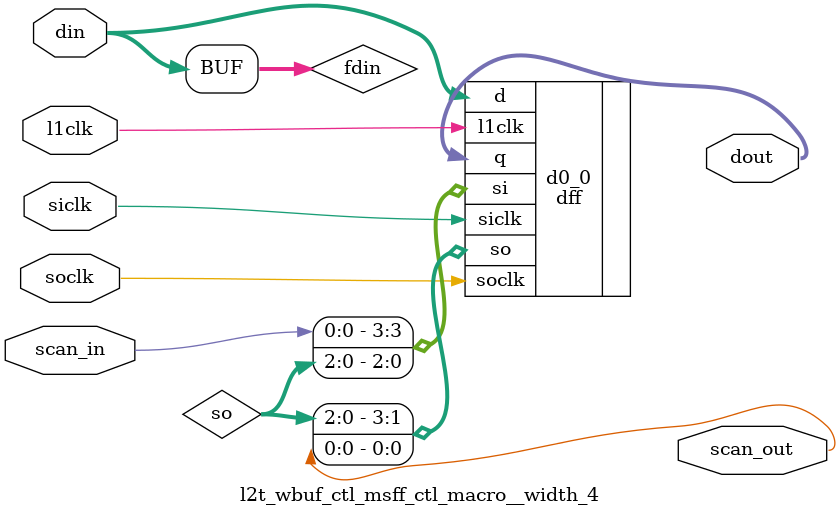
<source format=v>
module l2t_wbuf_ctl (
  tcu_pce_ov, 
  tcu_aclk, 
  tcu_bclk, 
  tcu_scan_en, 
  scan_in, 
  scan_out, 
  l2clk, 
  wmr_l, 
  vlddir_dirty_evict_c3, 
  arbdec_arbdp_inst_fb_c2, 
  misbuf_wbuf_mbid_c4, 
  misbuf_hit_c4, 
  misbuf_filbuf_mcu_pick, 
  csr_l2_bypass_mode_on, 
  wb_cam_match_c2, 
  wbuf_wbtag_write_wl_c4, 
  wbuf_wbtag_write_en_c4, 
  wbuf_wb_read_wl, 
  wbuf_wb_read_en, 
  wbuf_wbufrpt_leave_state0, 
  arbadr_c1_addr_eq_wb_c4, 
  arb_wbuf_hit_off_c1, 
  arb_wbuf_inst_vld_c2, 
  mcu_l2t_wr_ack, 
  l2t_l2b_wbwr_wl_c6, 
  l2t_l2b_wbwr_wen_c6, 
  l2t_l2b_wbrd_wl_r0, 
  l2t_l2b_ev_dword_r0, 
  l2t_l2b_evict_en_r0, 
  l2t_mcu_wr_req, 
  wbuf_hit_unqual_c2, 
  wbuf_misbuf_dep_rdy_en, 
  wbuf_misbuf_dep_mbid, 
  wbuf_arb_full_px1, 
  wbuf_rdmat_read_wl, 
  wbuf_rdmat_read_en, 
  rdmat_pick_vec, 
  rdmat_or_rdmat_valid, 
  wbuf_wr_addr_sel, 
  wbuf_wb_or_rdma_wr_req_en, 
  l2t_l2b_rdma_rdwl_r0, 
  wbuf_reset_rdmat_vld, 
  wbuf_set_rdmat_acked, 
  l2t_sii_wib_dequeue, 
  l2t_siu_delay, 
  l2t_dbg_sii_wib_dequeue, 
  l2t_mb2_run, 
  l2t_mb2_rdmatag_rd_en, 
  l2t_mb2_wbtag_wr_en, 
  l2t_mb2_wbtag_rd_en, 
  l2t_mb2_addr, 
  wbuf_wbufrpt_next_state_1, 
  cycle_count_less_than_7_din, 
  mcu_l2t_wr_ack_d1, 
  wb_mbist_cam_hit, 
  wb_mbist_cam_sel);
wire dbginit_l;
wire reset_flop_scanin;
wire reset_flop_scanout;
wire l1clk;
wire pce_ov;
wire stop;
wire siclk;
wire soclk;
wire se;
wire spares_scanin;
wire spares_scanout;
wire arb_wbuf_inst_vld_c3;
wire ff_arb_wbuf_inst_vld_c3_scanin;
wire ff_arb_wbuf_inst_vld_c3_scanout;
wire arbdec_arbdp_inst_fb_c3;
wire ff_arbdp_inst_fb_c3_scanin;
wire ff_arbdp_inst_fb_c3_scanout;
wire arb_wbuf_hit_off_c2;
wire ff_arb_wbuf_hit_off_c2_scanin;
wire ff_arb_wbuf_hit_off_c2_scanout;
wire ff_mcu_l2t_wr_ack_d1_scanin;
wire ff_mcu_l2t_wr_ack_d1_scanout;
wire [7:0] wbuf_wbtag_write_wl_c4_fnl;
wire [7:0] mbist_wbuf_wr_ptr;
wire [2:0] l2t_mb2_addr_r3;
wire l2t_mb2_rdmatag_rd_en_r1;
wire l2t_mb2_rdmatag_rd_en_r2;
wire l2t_mb2_wbtag_rd_en_r1;
wire l2t_mb2_wbtag_rd_en_r2;
wire [2:0] l2t_mb2_addr_r1;
wire [2:0] l2t_mb2_addr_r2;
wire ff_l2t_mb2_run_r1_scanin;
wire ff_l2t_mb2_run_r1_scanout;
wire l2t_mb2_rdmatag_rd_en_r3;
wire l2t_mb2_wbtag_rd_en_r3;
wire l2t_mb2_run_r1;
wire ff_wbtag_write_wl_c5_scanin;
wire ff_wbtag_write_wl_c5_scanout;
wire ff_enc_write_wl_c52_scanin;
wire ff_enc_write_wl_c52_scanout;
wire ff_enc_write_wl_c6_scanin;
wire ff_enc_write_wl_c6_scanout;
wire l2_bypass_mode_on_d1;
wire ff_l2_bypass_mode_on_d1_scanin;
wire ff_l2_bypass_mode_on_d1_scanout;
wire wbtag_write_en_c3_fnl;
wire l2t_mb2_wbtag_wr_en_r2;
wire l2t_mb2_wbtag_wr_en_r1;
wire ff_wbtag_write_en_c4_scanin;
wire ff_wbtag_write_en_c4_scanout;
wire wbtag_write_we_c5;
wire ff_wbtag_write_we_c5_scanin;
wire ff_wbtag_write_we_c5_scanout;
wire wbtag_write_we_c52;
wire ff_wbtag_write_we_c52_scanin;
wire ff_wbtag_write_we_c52_scanout;
wire wbtag_write_we_c6;
wire ff_wbtag_write_we_c6_scanin;
wire ff_wbtag_write_we_c6_scanout;
wire ff_wb_valid_scanin;
wire ff_wb_valid_scanout;
wire ff_wb_acked_scanin;
wire ff_wb_acked_scanout;
wire ff_bypass_en_c2_scanin;
wire ff_bypass_en_c2_scanout;
wire [7:0] wb_cam_match_c2_d1;
wire wb_mbist_cam_sel_r1;
wire ff_wb_cam_match_c2_scanin;
wire ff_wb_cam_match_c2_scanout;
wire wb_mbist_cam_hit_unreg;
wire ff_wb_cam_hit_vec_c3_scanin;
wire ff_wb_cam_hit_vec_c3_scanout;
wire ff_wb_cam_hit_vec_c4_scanin;
wire ff_wb_cam_hit_vec_c4_scanout;
wire ff_wbuf_hit_qual_c3_scanin;
wire ff_wbuf_hit_qual_c3_scanout;
wire ff_wbuf_hit_qual_c4_scanin;
wire ff_wbuf_hit_qual_c4_scanout;
wire ff_mbid0_scanin;
wire ff_mbid0_scanout;
wire ff_mbid1_scanin;
wire ff_mbid1_scanout;
wire ff_mbid2_scanin;
wire ff_mbid2_scanout;
wire ff_mbid3_scanin;
wire ff_mbid3_scanout;
wire ff_mbid4_scanin;
wire ff_mbid4_scanout;
wire ff_mbid5_scanin;
wire ff_mbid5_scanout;
wire ff_mbid6_scanin;
wire ff_mbid6_scanout;
wire ff_mbid7_scanin;
wire ff_mbid7_scanout;
wire ff_wb_mbid_vld_scanin;
wire ff_wb_mbid_vld_scanout;
wire ff_or_wb_mbid_vld_scanin;
wire ff_or_wb_mbid_vld_scanout;
wire ff_state_scanin;
wire ff_state_scanout;
wire ff_mcu_req_pending_scanin;
wire ff_mcu_req_pending_scanout;
wire ff_cycle_count_scanin;
wire ff_cycle_count_scanout;
wire [3:0] l2t_rdma_rd_ptr;
wire ff_latched_wb_read_wl_scanin;
wire ff_latched_wb_read_wl_scanout;
wire ff_latched_wb_read_en_scanin;
wire ff_latched_wb_read_en_scanout;
wire [1:0] l2t_l2b_rdma_rdwl_r0_prev;
wire ff_l2t_l2b_rdma_rdwl_r0_scanin;
wire ff_l2t_l2b_rdma_rdwl_r0_scanout;
wire ff_latched_rdmad_read_wl_scanin;
wire ff_latched_rdmad_read_wl_scanout;
wire ff_latched_rdma_read_en_scanin;
wire ff_latched_rdma_read_en_scanout;
wire ff_wbuf_wr_addr_sel_scanin;
wire ff_wbuf_wr_addr_sel_scanout;
wire ff_wb_or_rdma_wr_req_en_scanin;
wire ff_wb_or_rdma_wr_req_en_scanout;
wire ff_l2t_mcu_wr_req_scanin;
wire ff_l2t_mcu_wr_req_scanout;
wire [2:0] l2t_l2b_wbrd_wl_r0_prev;
wire ff_l2t_l2b_wbrd_wl_r0_scanin;
wire ff_l2t_l2b_wbrd_wl_r0_scanout;
wire cycle_count_less_than_7;
wire l2t_l2b_evict_en_r0_d1_unused;
wire ff_l2t_l2b_evict_en_r0_d1_scanin;
wire ff_l2t_l2b_evict_en_r0_d1_scanout;
wire ff_cycle_count_in_scanin;
wire ff_cycle_count_in_scanout;
wire l2t_sii_wib_dequeue_raw;
wire ff_l2t_sii_wib_dequeue_scanin;
wire ff_l2t_sii_wib_dequeue_scanout;
wire l2t_sii_wib_dequeue_delay;
wire ff_l2t_sii_wib_dequeue_delay_scanin;
wire ff_l2t_sii_wib_dequeue_delay_scanout;
wire ff_l2t_dbg_sii_wib_dequeue_scanin;
wire ff_l2t_dbg_sii_wib_dequeue_scanout;
wire ff_quad_state_scanin;
wire ff_quad_state_scanout;
wire ff_quad0_state_scanin;
wire ff_quad0_state_scanout;
wire ff_quad1_state_scanin;
wire ff_quad1_state_scanout;
wire ff_quad2_state_scanin;
wire ff_quad2_state_scanout;
wire ff_wb_count_scanin;
wire ff_wb_count_scanout;
wire ff_wbuf_arb_full_px1_scanin;
wire ff_wbuf_arb_full_px1_scanout;
 

 input tcu_pce_ov;
 input tcu_aclk;
 input tcu_bclk;
 input tcu_scan_en;
 
input scan_in;
output scan_out; 
input           l2clk; 
input           wmr_l; 
 
input           vlddir_dirty_evict_c3; 
// This indicates that the Tag of the instruction evicted 
// (i.e. lru_tag_c3) needs to written into the WB tag array. 
 
input           arbdec_arbdp_inst_fb_c2; 
 
 
input   [4:0]   misbuf_wbuf_mbid_c4;  // BS & SR 11/04/03, MB grows to 32
input           misbuf_hit_c4; 
input           misbuf_filbuf_mcu_pick; 
 
 
// from csr 
input           csr_l2_bypass_mode_on; 
 
 
// from wbtag 
input   [7:0]   wb_cam_match_c2; 
output  [7:0]   wbuf_wbtag_write_wl_c4;      // tag wr wl. Tag is written in C4 PH1 
output          wbuf_wbtag_write_en_c4;      // tag wren Tag is written in C4 PH1 
output  [7:0]   wbuf_wb_read_wl; 
output          wbuf_wb_read_en; // look at read pipeline 
output		wbuf_wbufrpt_leave_state0;
 
 
// from arbaddr 
input		arbadr_c1_addr_eq_wb_c4; 
 
// from arb. 
input           arb_wbuf_hit_off_c1; // hit qualifier. 
input           arb_wbuf_inst_vld_c2; 
 
 
input           mcu_l2t_wr_ack; 
 
 
output  [2:0]   l2t_l2b_wbwr_wl_c6;  // must come out of a flop 
output  [3:0]   l2t_l2b_wbwr_wen_c6; // must come out of a flop. 3:0 are the same 
output  [2:0]   l2t_l2b_wbrd_wl_r0; 
//output          l2t_l2b_wbrd_en_r0; 
output  [2:0]   l2t_l2b_ev_dword_r0; 
output          l2t_l2b_evict_en_r0; 
 
 
output          l2t_mcu_wr_req; 
 
 
// to arbaddr 
 
// to misbuf. 
output          wbuf_hit_unqual_c2; // hit not qualified with instruction valid. 
output          wbuf_misbuf_dep_rdy_en; 
output  [4:0]   wbuf_misbuf_dep_mbid; // // BS & SR 11/04/03, MB grows to 32
 
 
// to arb. 
output          wbuf_arb_full_px1; 
// Can accomodate two more instructions 
// This signal should come out of a flop 
 
 
output	[3:0]	wbuf_rdmat_read_wl; 
output		wbuf_rdmat_read_en; 
 
input	[3:0]	rdmat_pick_vec ; // from rdmat. 
input		rdmat_or_rdmat_valid ; 
 
output          wbuf_wr_addr_sel; 
output		wbuf_wb_or_rdma_wr_req_en; // to evctag 
 
output  [1:0]   l2t_l2b_rdma_rdwl_r0; 
//output          l2t_l2b_rdma_rden_r0; 
 
// rdmat 
output	[3:0]	wbuf_reset_rdmat_vld; 
output	[3:0]	wbuf_set_rdmat_acked; 
 
// to siu 
output	l2t_sii_wib_dequeue; 
input		l2t_siu_delay;
// to debug
output          l2t_dbg_sii_wib_dequeue;

// mbist
input		l2t_mb2_run;
input		l2t_mb2_rdmatag_rd_en;
input		l2t_mb2_wbtag_wr_en;
input		l2t_mb2_wbtag_rd_en;
input	[2:0]	l2t_mb2_addr;

output 		wbuf_wbufrpt_next_state_1;
output	   	cycle_count_less_than_7_din;	
output	   	mcu_l2t_wr_ack_d1;	
output		wb_mbist_cam_hit;
input		wb_mbist_cam_sel;
//////////////////////////////////////////////////////////////////////////////// 
wire            mcu_l2t_wr_ack_d1; 
 
wire    [7:0]   wb_valid_in; 
wire    [7:0]   wb_valid; 
wire            or_wb_valid; 
 
wire    [2:0]   enc_write_wl_c5, enc_write_wl_c52; // BS 03/11/04 extra cycle for mem access 
wire    [2:0]   enc_write_wl_c6; 
 
wire    [7:0]   wb_cam_hit_vec_c2; 
wire    [7:0]   wb_cam_hit_vec_c3; 
wire    [7:0]   wb_cam_hit_vec_c4; 
wire            wbuf_hit_unqual_c2; 
wire            wbuf_hit_qual_c2; 
wire            wbuf_hit_qual_c3; 
wire            wbuf_hit_qual_c4; 
 
wire    [7:0]   set_wb_valid; 
wire    [7:0]   reset_wb_valid; 
 
wire    [7:0]   set_wb_acked; 
wire    [7:0]   wb_acked_in; 
wire    [7:0]   wb_acked; 
 
wire            mbid_wr_en; 
wire    [7:0]   sel_insert_mbid_c4; 
wire    [4:0]   mbid0;  // BS & SR 11/04/03, MB grows to 32
wire    [4:0]   mbid1;  // BS & SR 11/04/03, MB grows to 32
wire    [4:0]   mbid2;  // BS & SR 11/04/03, MB grows to 32
wire    [4:0]   mbid3;  // BS & SR 11/04/03, MB grows to 32
wire    [4:0]   mbid4;  // BS & SR 11/04/03, MB grows to 32
wire    [4:0]   mbid5;  // BS & SR 11/04/03, MB grows to 32
wire    [4:0]   mbid6;  // BS & SR 11/04/03, MB grows to 32
wire    [4:0]   mbid7;  // BS & SR 11/04/03, MB grows to 32
 
wire    [7:0]   wb_mbid_vld_in; 
wire    [7:0]   wb_mbid_vld; 
wire            or_wb_mbid_vld_in; 
wire            or_wb_mbid_vld; 
 
wire    [7:0]   sel_mbid; 
wire            sel_default_mux1; 
wire            sel_default_mux2; 
wire            sel_default_mbentry; 
wire    [4:0]   sel_mbid3t0; // BS & SR 11/04/03, MB grows to 32
wire    [4:0]   sel_mbid7t4; // BS & SR 11/04/03, MB grows to 32
wire    [4:0]   sel_mbid7t0; // BS & SR 11/04/03, MB grows to 32
 
wire            can_req_mcu; 
wire            enter_state0; 
wire            leave_state0; 
wire            enter_state1; 
wire            leave_state1; 
wire            enter_state2; 
wire            leave_state2; 
wire    [2:0]   next_state; 
wire    [2:0]   state; 
wire            mcu_req_pending_in; 
wire            mcu_req_pending; 
wire            inc_cycle_count; 
wire    [3:0]   cycle_count_plus1; 
wire    [3:0]   next_cycle_count; 
wire    [3:0]   cycle_count_in; 
wire    [3:0]   cycle_count; 
wire            l2t_l2b_evict_en_r0_d1; 
 
 
wire            init_pick_state; 
wire            sel_lshift_quad; 
wire            sel_same_quad; 
wire    [2:0]   lshift_quad_state; 
wire    [2:0]   quad_state_in; 
wire    [2:0]   quad_state; 
 
wire            sel_lshift_quad0; 
wire            sel_same_quad0; 
wire    [3:0]   lshift_quad0_state; 
wire    [3:0]   quad0_state_in; 
wire    [3:0]   quad0_state; 
 
wire            sel_lshift_quad1; 
wire            sel_same_quad1; 
wire    [3:0]   lshift_quad1_state; 
wire    [3:0]   quad1_state_in; 
wire    [3:0]   quad1_state; 
 
wire            sel_lshift_quad2; 
wire            sel_same_quad2; 
wire    [3:0]   lshift_quad2_state; 
wire    [3:0]   quad2_state_in; 
wire    [3:0]   quad2_state; 
 
wire    [3:0]   pick_quad0_sel; 
wire    [3:0]   pick_quad1_sel; 
wire    [3:0]   pick_quad2_sel; 
 
wire    [2:0]   pick_quad_sel; 
 
wire    [3:0]   pick_quad0_in; 
wire    [3:0]   pick_quad1_in; 
wire    [3:0]   pick_quad2_in; 
 
wire    [2:0]   pick_quad_in; 
 
wire    [7:0]   pick_wb_read_wl; 
wire	[3:0]	pick_rdmat_read_wl ; 
wire    [7:0]   latched_wb_read_wl; 
wire	[3:0]	latched_rdmad_read_wl; 
wire	latched_rdma_read_en, latched_wb_read_en ; 
 
wire    [3:0]   wb_count; 
wire    [3:0]   next_wb_count; 
wire    [3:0]   wb_count_plus1; 
wire    [3:0]   wb_count_minus1; 
wire            inc_wb_count; 
wire            dec_wb_count; 
wire            same_wb_count; 
wire            wb_count_5; 
wire            wb_count_5_plus; 
wire            wbuf_arb_full_px1_in; 
wire	l2t_sii_wib_dequeue_prev; 
 
wire	[7:0]	wbtag_write_wl_c5; 
wire	bypass_en_c1, bypass_en_c2; 
wire	bypass_hit_en_c2; 
wire	[7:0]	wb_cam_hit_vec_tmp_c2; 
wire	wbtag_write_en_c3; 
 
wire            dbb_rst_l; 
wire	[7:0]	sel_mbid_rst; 

assign dbginit_l = 1'b1;

/////////////////////////////////////////////////////////////////// 
 // Reset flop 
 /////////////////////////////////////////////////////////////////// 
 
l2t_wbuf_ctl_msff_ctl_macro__width_1 reset_flop 
				(.dout(dbb_rst_l), 
                                        .scan_in(reset_flop_scanin),
                                        .scan_out(reset_flop_scanout),
                                        .l1clk(l1clk), 
                                        .din(wmr_l),
  .siclk(siclk),
  .soclk(soclk) 
                                         
); 
 


//////////////////////////////////////////////////
// L1 clk header
//////////////////////////////////////////////////
assign pce_ov = tcu_pce_ov;
assign stop = 1'b0;
assign siclk = tcu_aclk;
assign soclk = tcu_bclk;
assign se = tcu_scan_en;

l2t_wbuf_ctl_l1clkhdr_ctl_macro clkgen (
        .l2clk(l2clk),
        .l1en(1'b1 ),
        .l1clk(l1clk),
  .pce_ov(pce_ov),
  .stop(stop),
  .se(se));

//////////////////////////////////////////////////

//////////////////////////////////////////
// Spare gate insertion
//////////////////////////////////////////
l2t_wbuf_ctl_spare_ctl_macro__num_4 spares  (
        .scan_in(spares_scanin),
        .scan_out(spares_scanout),
        .l1clk  (l1clk),
  .siclk(siclk),
  .soclk(soclk)
);
//////////////////////////////////////////


 
//////////////////////////////////////////////////////////////////////////////// 
 
 
l2t_wbuf_ctl_msff_ctl_macro__width_1 ff_arb_wbuf_inst_vld_c3 
              (.dout   (arb_wbuf_inst_vld_c3), 
               .scan_in(ff_arb_wbuf_inst_vld_c3_scanin),
               .scan_out(ff_arb_wbuf_inst_vld_c3_scanout),
               .din (arb_wbuf_inst_vld_c2), 
               .l1clk (l1clk),
  .siclk(siclk),
  .soclk(soclk) 
                
 
              ) ; 
 
l2t_wbuf_ctl_msff_ctl_macro__width_1 ff_arbdp_inst_fb_c3 
              (.dout   (arbdec_arbdp_inst_fb_c3), 
               .scan_in(ff_arbdp_inst_fb_c3_scanin),
               .scan_out(ff_arbdp_inst_fb_c3_scanout),
               .din (arbdec_arbdp_inst_fb_c2), 
               .l1clk (l1clk),
  .siclk(siclk),
  .soclk(soclk) 
                
 
              ) ; 
 
l2t_wbuf_ctl_msff_ctl_macro__width_1 ff_arb_wbuf_hit_off_c2 
              (.dout   (arb_wbuf_hit_off_c2), 
               .scan_in(ff_arb_wbuf_hit_off_c2_scanin),
               .scan_out(ff_arb_wbuf_hit_off_c2_scanout),
               .din (arb_wbuf_hit_off_c1), 
               .l1clk (l1clk),
  .siclk(siclk),
  .soclk(soclk) 
                
 
              ) ; 
 
l2t_wbuf_ctl_msff_ctl_macro__dmsff_32x__width_1 ff_mcu_l2t_wr_ack_d1 
              (.dout   (mcu_l2t_wr_ack_d1), 
               .scan_in(ff_mcu_l2t_wr_ack_d1_scanin),
               .scan_out(ff_mcu_l2t_wr_ack_d1_scanout),
               .din (mcu_l2t_wr_ack), 
               .l1clk (l1clk),
  .siclk(siclk),
  .soclk(soclk) 
              ) ; 

 
 
//////////////////////////////////////////////////////////////////////////////// 
// eviction pipeline. 
//------------------------------------------------------------------------------ 
//    C2      C3            C4              C5            C6              C7 
//------------------------------------------------------------------------------ 
//    lru     dirty         xmit            rd data       rd_data       write 
//    calc.   evict         lru way         array         array.        WB array 
//                                                                      in PH2 
//            xmit 
//            lru way 
// 
//            		   wen and wl    write wtag       xmit 
//            		   generation    array in         wl for write 
//            		   for wbtag.    PH1              and wen. 
//------------------------------------------------------------------------------ 
//////////////////////////////////////////////////////////////////////////////// 

assign  wbuf_wbtag_write_wl_c4_fnl[0] = ~wb_valid[0] ; 
assign  wbuf_wbtag_write_wl_c4_fnl[1] = ~wb_valid[1] &  wb_valid[0] ; 
assign  wbuf_wbtag_write_wl_c4_fnl[2] = ~wb_valid[2] & (&(wb_valid[1:0])) ; 
assign  wbuf_wbtag_write_wl_c4_fnl[3] = ~wb_valid[3] & (&(wb_valid[2:0])) ; 
assign  wbuf_wbtag_write_wl_c4_fnl[4] = ~wb_valid[4] & (&(wb_valid[3:0])) ; 
assign  wbuf_wbtag_write_wl_c4_fnl[5] = ~wb_valid[5] & (&(wb_valid[4:0])) ; 
assign  wbuf_wbtag_write_wl_c4_fnl[6] = ~wb_valid[6] & (&(wb_valid[5:0])) ; 
assign  wbuf_wbtag_write_wl_c4_fnl[7] = ~wb_valid[7] & (&(wb_valid[6:0])) ; 
 

assign mbist_wbuf_wr_ptr[0] = (l2t_mb2_addr_r3[2:0] == 3'b000);
assign mbist_wbuf_wr_ptr[1] = (l2t_mb2_addr_r3[2:0] == 3'b001);
assign mbist_wbuf_wr_ptr[2] = (l2t_mb2_addr_r3[2:0] == 3'b010);
assign mbist_wbuf_wr_ptr[3] = (l2t_mb2_addr_r3[2:0] == 3'b011);
assign mbist_wbuf_wr_ptr[4] = (l2t_mb2_addr_r3[2:0] == 3'b100);
assign mbist_wbuf_wr_ptr[5] = (l2t_mb2_addr_r3[2:0] == 3'b101);
assign mbist_wbuf_wr_ptr[6] = (l2t_mb2_addr_r3[2:0] == 3'b110);
assign mbist_wbuf_wr_ptr[7] = (l2t_mb2_addr_r3[2:0] == 3'b111);



l2t_wbuf_ctl_msff_ctl_macro__width_16 ff_l2t_mb2_run_r1 
       (.din({l2t_mb2_rdmatag_rd_en,l2t_mb2_rdmatag_rd_en_r1,l2t_mb2_rdmatag_rd_en_r2,
		l2t_mb2_wbtag_rd_en,l2t_mb2_wbtag_rd_en_r1,l2t_mb2_wbtag_rd_en_r2,
		 l2t_mb2_addr[2:0],l2t_mb2_addr_r1[2:0],l2t_mb2_addr_r2[2:0],l2t_mb2_run}), 
	.l1clk(l1clk),  
	.scan_in(ff_l2t_mb2_run_r1_scanin),
	.scan_out(ff_l2t_mb2_run_r1_scanout),
	.dout({l2t_mb2_rdmatag_rd_en_r1,l2t_mb2_rdmatag_rd_en_r2,l2t_mb2_rdmatag_rd_en_r3,
		l2t_mb2_wbtag_rd_en_r1,l2t_mb2_wbtag_rd_en_r2,l2t_mb2_wbtag_rd_en_r3,
		l2t_mb2_addr_r1[2:0],l2t_mb2_addr_r2[2:0],l2t_mb2_addr_r3[2:0],l2t_mb2_run_r1}),
  .siclk(siclk),
  .soclk(soclk)  
		); 



assign wbuf_wbtag_write_wl_c4[7:0] = l2t_mb2_run_r1 ? mbist_wbuf_wr_ptr[7:0] :  wbuf_wbtag_write_wl_c4_fnl[7:0] ; 




 
l2t_wbuf_ctl_msff_ctl_macro__width_8 ff_wbtag_write_wl_c5 
              (.dout   (wbtag_write_wl_c5[7:0]), 
               .scan_in(ff_wbtag_write_wl_c5_scanin),
               .scan_out(ff_wbtag_write_wl_c5_scanout),
               .din (wbuf_wbtag_write_wl_c4[7:0]), 
               .l1clk (l1clk),
  .siclk(siclk),
  .soclk(soclk) 
                
 
              ) ; 
 
assign  enc_write_wl_c5[0]   = (wbtag_write_wl_c5[1] | wbtag_write_wl_c5[3] | 
                                wbtag_write_wl_c5[5] | wbtag_write_wl_c5[7]) ; 
assign  enc_write_wl_c5[1]   = (wbtag_write_wl_c5[2] | wbtag_write_wl_c5[3] | 
                                wbtag_write_wl_c5[6] | wbtag_write_wl_c5[7]) ; 
assign  enc_write_wl_c5[2]   = (wbtag_write_wl_c5[4] | wbtag_write_wl_c5[5] | 
                                wbtag_write_wl_c5[6] | wbtag_write_wl_c5[7]) ; 

// BS 03/11/04 extra cycle for mem access

l2t_wbuf_ctl_msff_ctl_macro__width_3 ff_enc_write_wl_c52 
              (.dout   (enc_write_wl_c52[2:0]),
               .scan_in(ff_enc_write_wl_c52_scanin),
               .scan_out(ff_enc_write_wl_c52_scanout),
               .din (enc_write_wl_c5[2:0]),
               .l1clk (l1clk),
  .siclk(siclk),
  .soclk(soclk)
                

              ) ;

l2t_wbuf_ctl_msff_ctl_macro__width_3 ff_enc_write_wl_c6 
              (.dout   (enc_write_wl_c6[2:0]), 
               .scan_in(ff_enc_write_wl_c6_scanin),
               .scan_out(ff_enc_write_wl_c6_scanout),
               .din (enc_write_wl_c52[2:0]), 
               .l1clk (l1clk),
  .siclk(siclk),
  .soclk(soclk) 
                
 
              ) ; 
 
 
///////////////////////////////////////////////////////////////////////////////// 
// A fill causes the WBB to be written in L2 $ off mode. 
// Here is the pipeline for a Fill in OFF mode. 
// 
// 	C5		C6		C7		C8		C8 
// 
//	read FB		mux		xmit		data		write 
//			with		in l2d	in l2b	WB 
//			$ data. 
// 
//	write		xmit				setup 
//	wbtag		wl and wen			wb write 
//	in PH1		from l2t				en and wl 
// 
///////////////////////////////////////////////////////////////////////////////// 
 
l2t_wbuf_ctl_msff_ctl_macro__width_1 ff_l2_bypass_mode_on_d1 
              (.dout   (l2_bypass_mode_on_d1), 
               .scan_in(ff_l2_bypass_mode_on_d1_scanin),
               .scan_out(ff_l2_bypass_mode_on_d1_scanout),
               .din (csr_l2_bypass_mode_on), 
               .l1clk (l1clk),
  .siclk(siclk),
  .soclk(soclk) 
              ) ; 
 
assign  wbtag_write_en_c3_fnl    =  vlddir_dirty_evict_c3 | 
                               (l2_bypass_mode_on_d1 & arbdec_arbdp_inst_fb_c3 & 
                                arb_wbuf_inst_vld_c3) ; 

assign wbtag_write_en_c3 = l2t_mb2_run_r1 ? l2t_mb2_wbtag_wr_en_r2  : wbtag_write_en_c3_fnl;
 
l2t_wbuf_ctl_msff_ctl_macro__width_3 ff_wbtag_write_en_c4 
              (.dout   ({l2t_mb2_wbtag_wr_en_r1,l2t_mb2_wbtag_wr_en_r2,wbuf_wbtag_write_en_c4}), 
               .scan_in(ff_wbtag_write_en_c4_scanin),
               .scan_out(ff_wbtag_write_en_c4_scanout),
               .din ({l2t_mb2_wbtag_wr_en,l2t_mb2_wbtag_wr_en_r1,wbtag_write_en_c3}), 
               .l1clk (l1clk),
  .siclk(siclk),
  .soclk(soclk) 
                
 
              ) ; 
l2t_wbuf_ctl_msff_ctl_macro__width_1 ff_wbtag_write_we_c5 
              (.dout   (wbtag_write_we_c5), 
               .scan_in(ff_wbtag_write_we_c5_scanin),
               .scan_out(ff_wbtag_write_we_c5_scanout),
               .din (wbuf_wbtag_write_en_c4), 
               .l1clk (l1clk),
  .siclk(siclk),
  .soclk(soclk) 
                
 
              ) ; 

// BS 03/11/04 extra cycle for mem access

l2t_wbuf_ctl_msff_ctl_macro__width_1 ff_wbtag_write_we_c52 
              (.dout   (wbtag_write_we_c52),
               .scan_in(ff_wbtag_write_we_c52_scanin),
               .scan_out(ff_wbtag_write_we_c52_scanout),
               .din (wbtag_write_we_c5),
               .l1clk (l1clk),
  .siclk(siclk),
  .soclk(soclk)
                

              ) ;

l2t_wbuf_ctl_msff_ctl_macro__width_1 ff_wbtag_write_we_c6 
              (.dout   (wbtag_write_we_c6), 
               .scan_in(ff_wbtag_write_we_c6_scanin),
               .scan_out(ff_wbtag_write_we_c6_scanout),
               .din (wbtag_write_we_c52), 
               .l1clk (l1clk),
  .siclk(siclk),
  .soclk(soclk) 
                
 
              ) ; 
 
///////////////////////////////////////////////////////////////////////////////// 
// An eviction causes the WBB to be written in L2 $ ON mode. 
// 
// 	C5		C6		C7			C8		C9 
// 
//	read $		read $ cyc2	xmit data 		xmit		write 
//					inside l2d		to l2b	data into wbb 
//			 
//			 
// 
//	write		xmit wl					setup 
//	wbtag		to wbdata 				wb write 
//	in PH1							en and wl 
// 
// 
// IN OFF mode, the wl and wen are transmitted to l2b in the C6 cycle of  
// a Fill operation. 
// A fill is indicated by arbdec_arbdp_inst_fb_c3 & arb_wbuf_inst_vld_c3 
///////////////////////////////////////////////////////////////////////////////// 
 
assign  l2t_l2b_wbwr_wl_c6[2:0]  = enc_write_wl_c6[2:0] ; 
assign  l2t_l2b_wbwr_wen_c6[3:0] = {4{wbtag_write_we_c6}} ; 
 
 
 
//////////////////////////////////////////////////////////////////////////////// 
// VALID bit 
// Set on insertion. 
// Reset on an eviction to DRAM. 
//////////////////////////////////////////////////////////////////////////////// 
 
 
 
assign  wbuf_reset_rdmat_vld = {4{leave_state2}} & latched_rdmad_read_wl ; 
assign	wbuf_set_rdmat_acked = {4{leave_state1}} & latched_rdmad_read_wl ; 
 
assign  set_wb_valid   = {8{wbtag_write_we_c5}} & wbtag_write_wl_c5 ; 
assign  reset_wb_valid = {8{leave_state2}} & latched_wb_read_wl ; 
assign  wb_valid_in    = (wb_valid | set_wb_valid) & ~(reset_wb_valid) ; 
 
l2t_wbuf_ctl_msff_ctl_macro__clr_1__width_8 ff_wb_valid  // sync reset active low
              (.dout   (wb_valid[7:0]), 
               .scan_in(ff_wb_valid_scanin),
               .scan_out(ff_wb_valid_scanout),
               .din (wb_valid_in[7:0]), 
               .l1clk (l1clk),  .clr(~dbb_rst_l),
  .siclk(siclk),
  .soclk(soclk) 
                
 
              ) ; 
 
assign  or_wb_valid = |(wb_valid[7:0]) ; 
 
 
//////////////////////////////////////////////////////////////////////////////// 
// ACKED  bit 
// Set when an entry is acked by the DRAM controller. 
// Reset when the valid bit is reset i.e. on an eviction to DRAM. 
//////////////////////////////////////////////////////////////////////////////// 
 
assign  set_wb_acked = ({8{leave_state1}} & latched_wb_read_wl) ; 
assign  wb_acked_in  = (wb_acked | set_wb_acked) & ~reset_wb_valid ; 
 
l2t_wbuf_ctl_msff_ctl_macro__clr_1__width_8 ff_wb_acked  // sync reset active low
              (.dout   (wb_acked[7:0]), 
               .scan_in(ff_wb_acked_scanin),
               .scan_out(ff_wb_acked_scanout),
               .din (wb_acked_in[7:0]), 
               .l1clk (l1clk),  .clr(~dbb_rst_l),
  .siclk(siclk),
  .soclk(soclk) 
                
 
              ) ; 
 
 
 
 
/////////////////////////////////////////////// 
// Updated on 11/10/2002 
// bypassing of wb_write_data 
// required for generation 
// of wb hit. 
// evicted tag is written into the WBB in C5. 
// The operation in C2 in that cycle will have 
// to see the effect of the wb write. Hence the 
// C4 address being written into the tag is compared 
// with the address of the instruction in C1. 
////////////////////////////////////////////// 
 
assign	bypass_en_c1 = arbadr_c1_addr_eq_wb_c4 & wbuf_wbtag_write_en_c4; 
 
l2t_wbuf_ctl_msff_ctl_macro__width_1 ff_bypass_en_c2 
              (.dout   (bypass_en_c2), 
               .scan_in(ff_bypass_en_c2_scanin),
               .scan_out(ff_bypass_en_c2_scanout),
               .din (bypass_en_c1), 
               .l1clk (l1clk),
  .siclk(siclk),
  .soclk(soclk) 
              ) ; 

l2t_wbuf_ctl_msff_ctl_macro__width_10 ff_wb_cam_match_c2 
              (.dout   ({wb_mbist_cam_hit,wb_cam_match_c2_d1[7:0],wb_mbist_cam_sel_r1}),
               .scan_in(ff_wb_cam_match_c2_scanin),
               .scan_out(ff_wb_cam_match_c2_scanout),
               .din ({wb_mbist_cam_hit_unreg,wb_cam_match_c2[7:0],wb_mbist_cam_sel}),
               .l1clk (l1clk),
  .siclk(siclk),
  .soclk(soclk)
              ) ;


assign wb_mbist_cam_hit_unreg = wb_mbist_cam_sel_r1 ? |(wb_cam_match_c2_d1[7:0]) : 1'b0;
 
assign	bypass_hit_en_c2 = ( bypass_en_c2  & ~arb_wbuf_hit_off_c2 ) ; 
 
assign  wb_cam_hit_vec_tmp_c2   = ( (wb_cam_match_c2[7:0] & wb_valid[7:0]) & 
                    ~(wb_acked[7:0] | {8{arb_wbuf_hit_off_c2}}) ) ; 
 
assign  wbuf_hit_unqual_c2 = (|(wb_cam_hit_vec_tmp_c2[7:0])) |  
				bypass_hit_en_c2 ; 
 
assign	wb_cam_hit_vec_c2 = ( wb_cam_hit_vec_tmp_c2 ) |  
			( {8{bypass_hit_en_c2}} & wbtag_write_wl_c5 ) ; 
 
 
l2t_wbuf_ctl_msff_ctl_macro__width_8 ff_wb_cam_hit_vec_c3 
              (.dout   (wb_cam_hit_vec_c3[7:0]), 
               .scan_in(ff_wb_cam_hit_vec_c3_scanin),
               .scan_out(ff_wb_cam_hit_vec_c3_scanout),
               .din (wb_cam_hit_vec_c2[7:0]), 
               .l1clk (l1clk),
  .siclk(siclk),
  .soclk(soclk) 
                
 
              ) ; 
l2t_wbuf_ctl_msff_ctl_macro__width_8 ff_wb_cam_hit_vec_c4 
              (.dout   (wb_cam_hit_vec_c4[7:0]), 
               .scan_in(ff_wb_cam_hit_vec_c4_scanin),
               .scan_out(ff_wb_cam_hit_vec_c4_scanout),
               .din (wb_cam_hit_vec_c3[7:0]), 
               .l1clk (l1clk),
  .siclk(siclk),
  .soclk(soclk) 
                
 
              ) ; 
 
 
assign  wbuf_hit_qual_c2 = wbuf_hit_unqual_c2 & arb_wbuf_inst_vld_c2 ; 
 
l2t_wbuf_ctl_msff_ctl_macro__width_1 ff_wbuf_hit_qual_c3 
              (.dout   (wbuf_hit_qual_c3), 
               .scan_in(ff_wbuf_hit_qual_c3_scanin),
               .scan_out(ff_wbuf_hit_qual_c3_scanout),
               .din (wbuf_hit_qual_c2), 
               .l1clk (l1clk),
  .siclk(siclk),
  .soclk(soclk) 
                
 
              ) ; 
l2t_wbuf_ctl_msff_ctl_macro__width_1 ff_wbuf_hit_qual_c4 
              (.dout   (wbuf_hit_qual_c4), 
               .scan_in(ff_wbuf_hit_qual_c4_scanin),
               .scan_out(ff_wbuf_hit_qual_c4_scanout),
               .din (wbuf_hit_qual_c3), 
               .l1clk (l1clk),
  .siclk(siclk),
  .soclk(soclk) 
                
 
              ) ; 
 
 
//////////////////////////////////////////////////////////////////////////////// 
// MBID and MBID_vld. 
// Written in the C4 cycle of a non-dependent instruction that hits 
// the Writeback buffer. 
// 
// When an ack is received from DRAM for the entry with mbid_vld, 
// the corresponding mbid is used to wake up the miss buffer entry 
// that depends on the write.The ack may be received when the instruction 
// is in flight i.e in C2, C3 otr C4 and yet to set mbid vld. But that is 
// okay since the "acked" bit can only be set for one entry in the WBB at 
// a time. 
// MBID_vld is reset when an entry has mbid_vld =1 and acked=1 
// 
//////////////////////////////////////////////////////////////////////////////// 
assign  mbid_wr_en         = wbuf_hit_qual_c4 & ~misbuf_hit_c4; 
assign  sel_insert_mbid_c4 = {8{mbid_wr_en}} & wb_cam_hit_vec_c4[7:0] ; 


// BS & SR 11/04/03, MB grows to 32
l2t_wbuf_ctl_msff_ctl_macro__en_1__width_5 ff_mbid0 
              (.dout   (mbid0[4:0]), 
               .scan_in(ff_mbid0_scanin),
               .scan_out(ff_mbid0_scanout),
               .din (misbuf_wbuf_mbid_c4[4:0]), 
               .en  (sel_insert_mbid_c4[0]), 
               .l1clk (l1clk),
  .siclk(siclk),
  .soclk(soclk) 
                
 
              ) ; 
l2t_wbuf_ctl_msff_ctl_macro__en_1__width_5 ff_mbid1 
              (.dout   (mbid1[4:0]), 
               .scan_in(ff_mbid1_scanin),
               .scan_out(ff_mbid1_scanout),
               .din (misbuf_wbuf_mbid_c4[4:0]), 
               .en  (sel_insert_mbid_c4[1]), 
               .l1clk (l1clk),
  .siclk(siclk),
  .soclk(soclk) 
                
 
              ) ; 
l2t_wbuf_ctl_msff_ctl_macro__en_1__width_5 ff_mbid2 
              (.dout   (mbid2[4:0]), 
               .scan_in(ff_mbid2_scanin),
               .scan_out(ff_mbid2_scanout),
               .din (misbuf_wbuf_mbid_c4[4:0]), 
               .en  (sel_insert_mbid_c4[2]), 
               .l1clk (l1clk),
  .siclk(siclk),
  .soclk(soclk) 
                
 
              ) ; 
l2t_wbuf_ctl_msff_ctl_macro__en_1__width_5 ff_mbid3 
              (.dout   (mbid3[4:0]), 
               .scan_in(ff_mbid3_scanin),
               .scan_out(ff_mbid3_scanout),
               .din (misbuf_wbuf_mbid_c4[4:0]), 
               .en  (sel_insert_mbid_c4[3]), 
               .l1clk (l1clk),
  .siclk(siclk),
  .soclk(soclk) 
                
 
              ) ; 
l2t_wbuf_ctl_msff_ctl_macro__en_1__width_5 ff_mbid4 
              (.dout   (mbid4[4:0]), 
               .scan_in(ff_mbid4_scanin),
               .scan_out(ff_mbid4_scanout),
               .din (misbuf_wbuf_mbid_c4[4:0]), 
               .en  (sel_insert_mbid_c4[4]), 
               .l1clk (l1clk),
  .siclk(siclk),
  .soclk(soclk) 
                
 
              ) ; 
l2t_wbuf_ctl_msff_ctl_macro__en_1__width_5 ff_mbid5 
              (.dout   (mbid5[4:0]), 
               .scan_in(ff_mbid5_scanin),
               .scan_out(ff_mbid5_scanout),
               .din (misbuf_wbuf_mbid_c4[4:0]), 
               .en  (sel_insert_mbid_c4[5]), 
               .l1clk (l1clk),
  .siclk(siclk),
  .soclk(soclk) 
                
 
              ) ; 
l2t_wbuf_ctl_msff_ctl_macro__en_1__width_5 ff_mbid6 
              (.dout   (mbid6[4:0]), 
               .scan_in(ff_mbid6_scanin),
               .scan_out(ff_mbid6_scanout),
               .din (misbuf_wbuf_mbid_c4[4:0]), 
               .en  (sel_insert_mbid_c4[6]), 
               .l1clk (l1clk),
  .siclk(siclk),
  .soclk(soclk) 
                
 
              ) ; 
l2t_wbuf_ctl_msff_ctl_macro__en_1__width_5 ff_mbid7 
              (.dout   (mbid7[4:0]), 
               .scan_in(ff_mbid7_scanin),
               .scan_out(ff_mbid7_scanout),
               .din (misbuf_wbuf_mbid_c4[4:0]), 
               .en  (sel_insert_mbid_c4[7]), 
               .l1clk (l1clk),
  .siclk(siclk),
  .soclk(soclk) 
                
 
              ) ; 
 
 
assign  wb_mbid_vld_in[7:0] = (wb_mbid_vld[7:0] | sel_insert_mbid_c4[7:0]) & 
                              ~(sel_mbid[7:0]) ; 
 
l2t_wbuf_ctl_msff_ctl_macro__clr_1__width_8 ff_wb_mbid_vld  // sync reset active low
              (.dout   (wb_mbid_vld[7:0]), 
               .scan_in(ff_wb_mbid_vld_scanin),
               .scan_out(ff_wb_mbid_vld_scanout),
               .din (wb_mbid_vld_in[7:0]), 
               .l1clk (l1clk),  .clr(~dbb_rst_l),
  .siclk(siclk),
  .soclk(soclk) 
                
 
              ) ; 
 
assign  or_wb_mbid_vld_in = |(wb_mbid_vld_in[7:0]) ; 
 
l2t_wbuf_ctl_msff_ctl_macro__clr_1__width_1 ff_or_wb_mbid_vld  // sync reset active low
              (.dout   (or_wb_mbid_vld), 
               .scan_in(ff_or_wb_mbid_vld_scanin),
               .scan_out(ff_or_wb_mbid_vld_scanout),
               .din (or_wb_mbid_vld_in), 
               .l1clk (l1clk),  .clr(~dbb_rst_l),
  .siclk(siclk),
  .soclk(soclk) 
                
 
              ) ; 
 
 
//////////////////////////////////////////////////////////////////////////////// 
assign  sel_mbid[7:0]       = wb_acked[7:0] & wb_mbid_vld[7:0] ; 
assign  sel_default_mux1    = ~(sel_mbid[0] | sel_mbid[1] | sel_mbid[2]) ; 
assign  sel_default_mux2    = ~(sel_mbid[4] | sel_mbid[5] | sel_mbid[6]) ; 
assign  sel_default_mbentry = |(sel_mbid[3:0]) ; 
 
assign	sel_mbid_rst[0] = sel_mbid[0] ; 
assign	sel_mbid_rst[1] = sel_mbid[1] ; 
assign	sel_mbid_rst[2] = sel_mbid[2] ; 
assign	sel_mbid_rst[3] = sel_default_mux1 ; 
assign	sel_mbid_rst[4] = sel_mbid[4] ; 
assign	sel_mbid_rst[5] = sel_mbid[5] ; 
assign	sel_mbid_rst[6] = sel_mbid[6] ; 
assign	sel_mbid_rst[7] = sel_default_mux2 ; 
 
  // BS & SR 11/04/03, MB grows to 32

l2t_wbuf_ctl_mux_ctl_macro__mux_aonpe__ports_4__width_5 mux_sel_mbid3t0 
              (.dout (sel_mbid3t0[4:0]), 
               .din0  (mbid0[4:0]),  .sel0 (sel_mbid_rst[0]), 
               .din1  (mbid1[4:0]),  .sel1 (sel_mbid_rst[1]), 
               .din2  (mbid2[4:0]),  .sel2 (sel_mbid_rst[2]), 
               .din3  (mbid3[4:0]),  .sel3 (sel_mbid_rst[3]) 
              ) ; 
l2t_wbuf_ctl_mux_ctl_macro__mux_aonpe__ports_4__width_5 mux_sel_mbid7t4 
              (.dout (sel_mbid7t4[4:0]), 
               .din0  (mbid4[4:0]),  .sel0 (sel_mbid_rst[4]), 
               .din1  (mbid5[4:0]),  .sel1 (sel_mbid_rst[5]), 
               .din2  (mbid6[4:0]),  .sel2 (sel_mbid_rst[6]), 
               .din3  (mbid7[4:0]),  .sel3 (sel_mbid_rst[7]) 
              ) ; 
l2t_wbuf_ctl_mux_ctl_macro__mux_aonpe__ports_2__width_5 mux_sel_mbid7t0 
              (.dout (sel_mbid7t0[4:0]), 
               .din0  (sel_mbid3t0[4:0]),  .sel0 (sel_default_mbentry), 
               .din1  (sel_mbid7t4[4:0]),  .sel1 (~sel_default_mbentry) 
              ) ; 
 
assign  wbuf_misbuf_dep_rdy_en = |(sel_mbid[7:0]) ; 
assign  wbuf_misbuf_dep_mbid   = sel_mbid7t0[4:0] ;  // BS & SR 11/04/03, MB grows to 32
 
 
//////////////////////////////////////////////////////////////////////////////// 
// A Write request is generated only if a READ request is not being 
// sent to DRAM in the same cycle. Here is the pipeline for making 
// a write request to DRAM. 
//------------------------------------------------------------------------------ 
//      #1                      #2                 #3 
//------------------------------------------------------------------------------ 
//   if (atleast 1          rd wbtag           xmit req,addr 
//   mcu_req                                  to 
//   AND                                       DRAM 
//   not mcu_pick 
//   in misbuf. 
//   AND 
//   not wrreq              wbuf_wr_addr_sel 
//   pending to DRAM)       xmitted to 
//                          arbaddr. 
//   generate RD 
//   pointer 
// 
//   set wrreq 
//   pending 
// 
//   xmit read en 
//   and rd wl to wbtag. 
//------------------------------------------------------------------------------ 
//#n-1        #n(r0)          #n+1(r1)                #n+2(r2)        #n+2(r3) 
//------------------------------------------------------------------------------ 
//          ack from mcu   rd_en                   rd wbdata       mux data 
//                          rd_wl                   in PH1          in evict 
//                          to l2b.wbdata 
//------------------------------------------------------------------------------ 
//    r4                   r5              r6      ......          r12 
//------------------------------------------------------------------------------ 
//   perform ecc         xmit data1      dat2                    data8 
//                       to mcu         to mcu                 to mcu 
// 
//                                                               reset 
//                                                               wrreq 
//                                                               pending 
// 
//                                                               reset vld 
// 
//                                                               dec wb counter 
//////////////////////////////////////////////////////////////////////////////// 
 
assign  can_req_mcu  = ( or_wb_valid | rdmat_or_rdmat_valid )  
		& ~mcu_req_pending & ~misbuf_filbuf_mcu_pick ; 
 
assign  enter_state0  = ~dbb_rst_l | leave_state2 ; 
assign  leave_state0  = state[0] & can_req_mcu ; 
assign  next_state[0] = (state[0] | enter_state0) & ~leave_state0 ; 
 
assign  enter_state1  = leave_state0 ; 
assign  leave_state1  = state[1] & mcu_l2t_wr_ack_d1 ; 
assign  next_state[1] = (state[1] | enter_state1) & ~leave_state1 & dbb_rst_l ; 
 
assign  enter_state2  = leave_state1 ; 
assign  leave_state2  = state[2] & (cycle_count[3:0] == 4'd12) ; 
assign  next_state[2] = (state[2] | enter_state2) & ~leave_state2 & dbb_rst_l ; 
 
l2t_wbuf_ctl_msff_ctl_macro__width_3 ff_state 
              (.dout   (state[2:0]), 
               .scan_in(ff_state_scanin),
               .scan_out(ff_state_scanout),
               .din (next_state[2:0]), 
               .l1clk (l1clk),
  .siclk(siclk),
  .soclk(soclk) 
                
 
              ) ; 
 
 
 
 
assign  mcu_req_pending_in = (mcu_req_pending | leave_state0) & ~leave_state2 ; 
 
l2t_wbuf_ctl_msff_ctl_macro__clr_1__width_1 ff_mcu_req_pending  // sync reset active low
              (.dout   (mcu_req_pending), 
               .scan_in(ff_mcu_req_pending_scanin),
               .scan_out(ff_mcu_req_pending_scanout),
               .din (mcu_req_pending_in), 
               .l1clk (l1clk),  .clr(~dbb_rst_l),
  .siclk(siclk),
  .soclk(soclk) 
                
 
              ) ; 
 
 
 
 
assign  inc_cycle_count   = (enter_state2 | state[2]) ; 
assign  cycle_count_plus1 = cycle_count + 4'b1 ; 
assign  next_cycle_count  = cycle_count_plus1 & ~{4{leave_state2}} ; 
 
l2t_wbuf_ctl_mux_ctl_macro__mux_aonpe__ports_2__width_4 mux_cycle_count_in 
              (.dout (cycle_count_in[3:0]), 
               .din0  (cycle_count[3:0]),        .sel0 (~inc_cycle_count), 
               .din1  (next_cycle_count[3:0]),   .sel1 (inc_cycle_count) 
              ) ; 
l2t_wbuf_ctl_msff_ctl_macro__clr_1__width_4 ff_cycle_count  // sync reset active low
              (.dout   (cycle_count[3:0]), 
               .scan_in(ff_cycle_count_scanin),
               .scan_out(ff_cycle_count_scanout),
               .din (cycle_count_in[3:0]), 
               .l1clk (l1clk),  .clr(~dbb_rst_l),
  .siclk(siclk),
  .soclk(soclk) 
              ) ; 

assign l2t_rdma_rd_ptr[0] = (l2t_mb2_addr_r3[1:0] == 2'b00);
assign l2t_rdma_rd_ptr[1] = (l2t_mb2_addr_r3[1:0] == 2'b01);
assign l2t_rdma_rd_ptr[2] = (l2t_mb2_addr_r3[1:0] == 2'b10);
assign l2t_rdma_rd_ptr[3] = (l2t_mb2_addr_r3[1:0] == 2'b11);


 
assign  wbuf_wb_read_en = l2t_mb2_run_r1 ? l2t_mb2_wbtag_rd_en_r3 : (leave_state0  & ~pick_quad_sel[2]); 
assign  wbuf_wb_read_wl[7:0] = l2t_mb2_run_r1 ? mbist_wbuf_wr_ptr[7:0] : pick_wb_read_wl[7:0] ; 
 
assign	wbuf_rdmat_read_en = l2t_mb2_run_r1 ? l2t_mb2_rdmatag_rd_en_r3 : (leave_state0 & pick_quad_sel[2]); 
assign	wbuf_rdmat_read_wl[3:0] = l2t_mb2_run_r1 ? l2t_rdma_rd_ptr[3:0] : pick_rdmat_read_wl[3:0]; 
 
l2t_wbuf_ctl_msff_ctl_macro__en_1__width_8 ff_latched_wb_read_wl 
              (.dout   (latched_wb_read_wl[7:0]), 
               .scan_in(ff_latched_wb_read_wl_scanin),
               .scan_out(ff_latched_wb_read_wl_scanout),
               .din (pick_wb_read_wl[7:0]), 
               .en  (leave_state0), 
               .l1clk (l1clk),
  .siclk(siclk),
  .soclk(soclk) 
                
 
              ) ; 
 
l2t_wbuf_ctl_msff_ctl_macro__en_1__width_1 ff_latched_wb_read_en 
              (.dout   (latched_wb_read_en), 
               .scan_in(ff_latched_wb_read_en_scanin),
               .scan_out(ff_latched_wb_read_en_scanout),
               .din (wbuf_wb_read_en), 
               .en  (leave_state0), 
               .l1clk (l1clk),
  .siclk(siclk),
  .soclk(soclk) 
                
 
              ) ; 




assign	l2t_l2b_rdma_rdwl_r0_prev[0] = (pick_rdmat_read_wl[1] | pick_rdmat_read_wl[3] ); 
assign	l2t_l2b_rdma_rdwl_r0_prev[1] = (pick_rdmat_read_wl[2] | pick_rdmat_read_wl[3] ); 

l2t_wbuf_ctl_msff_ctl_macro__en_1__width_2 ff_l2t_l2b_rdma_rdwl_r0 
              (.dout   (l2t_l2b_rdma_rdwl_r0[1:0]),
               .scan_in(ff_l2t_l2b_rdma_rdwl_r0_scanin),
               .scan_out(ff_l2t_l2b_rdma_rdwl_r0_scanout),
               .din (l2t_l2b_rdma_rdwl_r0_prev[1:0]),
               .en  (leave_state0),
               .l1clk (l1clk),
  .siclk(siclk),
  .soclk(soclk)
              ) ;
 
l2t_wbuf_ctl_msff_ctl_macro__en_1__width_4 ff_latched_rdmad_read_wl 
              (.dout   (latched_rdmad_read_wl[3:0]), 
               .scan_in(ff_latched_rdmad_read_wl_scanin),
               .scan_out(ff_latched_rdmad_read_wl_scanout),
               .din (pick_rdmat_read_wl[3:0]), 
               .en  (leave_state0), 
               .l1clk (l1clk),
  .siclk(siclk),
  .soclk(soclk) 
              ) ; 
 
l2t_wbuf_ctl_msff_ctl_macro__en_1__width_1 ff_latched_rdma_read_en 
              (.dout   (latched_rdma_read_en), 
               .scan_in(ff_latched_rdma_read_en_scanin),
               .scan_out(ff_latched_rdma_read_en_scanout),
               .din (wbuf_rdmat_read_en), 
               .en  (leave_state0), 
               .l1clk (l1clk),
  .siclk(siclk),
  .soclk(soclk) 
                
 
              ) ; 
 
// the following signal  indicates that the WBB buffer address 
// needs to be selected over the rdmat address. 
l2t_wbuf_ctl_msff_ctl_macro__width_1 ff_wbuf_wr_addr_sel 
              (.dout   (wbuf_wr_addr_sel), 
               .scan_in(ff_wbuf_wr_addr_sel_scanin),
               .scan_out(ff_wbuf_wr_addr_sel_scanout),
               .din (wbuf_wb_read_en), 
               .l1clk (l1clk),
  .siclk(siclk),
  .soclk(soclk) 
                
 
              ) ; 
 
// the following signal goes to evctag to enable the  
// address flop that transmits the address to  
// DRAM 
 
l2t_wbuf_ctl_msff_ctl_macro__width_1 ff_wb_or_rdma_wr_req_en 
              (.dout   (wbuf_wb_or_rdma_wr_req_en), 
               .scan_in(ff_wb_or_rdma_wr_req_en_scanin),
               .scan_out(ff_wb_or_rdma_wr_req_en_scanout),
               .din (leave_state0), 
               .l1clk (l1clk),
  .siclk(siclk),
  .soclk(soclk) 
                
 
              ) ; 
 
 
// the following signal  indicates that a write  
// request needs to be issued either from the 
// wbb or the rdmat 
 
l2t_wbuf_ctl_msff_ctl_macro__width_1 ff_l2t_mcu_wr_req 
              (.dout   (l2t_mcu_wr_req), 
               .scan_in(ff_l2t_mcu_wr_req_scanin),
               .scan_out(ff_l2t_mcu_wr_req_scanout),
               .din (wbuf_wb_or_rdma_wr_req_en), 
               .l1clk (l1clk),
  .siclk(siclk),
  .soclk(soclk) 
                
 
              ) ; 
 
 
//
//msff_ctl_macro ff_latched_wb_read_wl (width=8,en=1)
//              (.dout   (latched_wb_read_wl[7:0]),
//               .scan_in(ff_latched_wb_read_wl_scanin),
//               .scan_out(ff_latched_wb_read_wl_scanout),
//               .din (pick_wb_read_wl[7:0]),
//               .en  (leave_state0),
//               .l1clk (l1clk),
//
//
//assign  l2t_l2b_wbrd_wl_r0[0] = (latched_wb_read_wl[1] | latched_wb_read_wl[3] | 
//                                     latched_wb_read_wl[5] | latched_wb_read_wl[7]) ; 
//assign  l2t_l2b_wbrd_wl_r0[1] = (latched_wb_read_wl[2] | latched_wb_read_wl[3] | 
//                                     latched_wb_read_wl[6] | latched_wb_read_wl[7]) ; 
//assign  l2t_l2b_wbrd_wl_r0[2] = (latched_wb_read_wl[4] | latched_wb_read_wl[5] | 
//                                     latched_wb_read_wl[6] | latched_wb_read_wl[7]) ; 
// 



assign  l2t_l2b_wbrd_wl_r0_prev[0] = (pick_wb_read_wl[1] | pick_wb_read_wl[3] |
                                     pick_wb_read_wl[5] | pick_wb_read_wl[7]) ;

assign  l2t_l2b_wbrd_wl_r0_prev[1] = (pick_wb_read_wl[2] | pick_wb_read_wl[3] |
                                     pick_wb_read_wl[6] | pick_wb_read_wl[7]) ;
assign  l2t_l2b_wbrd_wl_r0_prev[2] = (pick_wb_read_wl[4] | pick_wb_read_wl[5] |
                                     pick_wb_read_wl[6] | pick_wb_read_wl[7]) ;


l2t_wbuf_ctl_msff_ctl_macro__en_1__width_3 ff_l2t_l2b_wbrd_wl_r0 
              (.dout   (l2t_l2b_wbrd_wl_r0[2:0]),
               .scan_in(ff_l2t_l2b_wbrd_wl_r0_scanin),
               .scan_out(ff_l2t_l2b_wbrd_wl_r0_scanout),
               .din (l2t_l2b_wbrd_wl_r0_prev[2:0]),
               .en  (leave_state0),
               .l1clk (l1clk),
  .siclk(siclk),
  .soclk(soclk)
		);


//assign  l2t_l2b_wbrd_en_r0    = (l2t_l2b_evict_en_r0 & ~l2t_l2b_evict_en_r0_d1) & latched_wb_read_en  ; 
//assign	l2t_l2b_rdma_rdwl_r0[0] = (latched_rdmad_read_wl[1] | latched_rdmad_read_wl[3] ); 
//assign	l2t_l2b_rdma_rdwl_r0[1] = (latched_rdmad_read_wl[2] | latched_rdmad_read_wl[3] ); 
//assign	l2t_l2b_rdma_rden_r0 =  (l2t_l2b_evict_en_r0 & ~l2t_l2b_evict_en_r0_d1) & latched_rdma_read_en  ; 

assign  wbuf_wbufrpt_leave_state0  = state[0] & can_req_mcu ; 
 
 
assign  l2t_l2b_ev_dword_r0   = cycle_count[2:0] ; 
//assign  l2t_l2b_evict_en_r0   = leave_state1 | (state[2] & (cycle_count < 4'd8)) ; 


assign  l2t_l2b_evict_en_r0   = leave_state1 | cycle_count_less_than_7 ;

assign	wbuf_wbufrpt_next_state_1 = next_state[1];


 
l2t_wbuf_ctl_msff_ctl_macro__width_1 ff_l2t_l2b_evict_en_r0_d1 
              (.dout   (l2t_l2b_evict_en_r0_d1_unused), 
               .scan_in(ff_l2t_l2b_evict_en_r0_d1_scanin),
               .scan_out(ff_l2t_l2b_evict_en_r0_d1_scanout),
               .din (l2t_l2b_evict_en_r0), 
               .l1clk (l1clk),
  .siclk(siclk),
  .soclk(soclk) 
              ) ; 


assign cycle_count_less_than_7_din = (cycle_count < 4'd7) & next_state[2];

l2t_wbuf_ctl_msff_ctl_macro__width_1 ff_cycle_count_in 
              (.dout   (cycle_count_less_than_7),
               .scan_in(ff_cycle_count_in_scanin),
               .scan_out(ff_cycle_count_in_scanout),
               .din (cycle_count_less_than_7_din),
               .l1clk (l1clk),
  .siclk(siclk),
  .soclk(soclk)
              ) ;





 
 
//////////////////////////////////////////////////////////////////////////////// 
// Dequeue of rdmad buffer needs to be sent to jbus. 
//////////////////////////////////////////////////////////////////////////////// 

assign	l2t_sii_wib_dequeue_prev = leave_state2 &  
					latched_rdma_read_en ; 
 
l2t_wbuf_ctl_msff_ctl_macro__width_1 ff_l2t_sii_wib_dequeue 
              (.dout   (l2t_sii_wib_dequeue_raw), 
               .scan_in(ff_l2t_sii_wib_dequeue_scanin),
               .scan_out(ff_l2t_sii_wib_dequeue_scanout),
               .din (l2t_sii_wib_dequeue_prev), 
               .l1clk (l1clk),
  .siclk(siclk),
  .soclk(soclk) 
              ) ; 

l2t_wbuf_ctl_msff_ctl_macro__width_1 ff_l2t_sii_wib_dequeue_delay 
              (.dout   (l2t_sii_wib_dequeue_delay),
               .scan_in(ff_l2t_sii_wib_dequeue_delay_scanin),
               .scan_out(ff_l2t_sii_wib_dequeue_delay_scanout),
               .din (l2t_sii_wib_dequeue_raw),
               .l1clk (l1clk),
  .siclk(siclk),
  .soclk(soclk)
              ) ;

assign l2t_sii_wib_dequeue = l2t_siu_delay ? l2t_sii_wib_dequeue_delay : l2t_sii_wib_dequeue_raw;

 
// for debug
// to siu
// assign l2t_dbg_sii_wib_dequeue = l2t_sii_wib_dequeue;
//

l2t_wbuf_ctl_msff_ctl_macro__width_1 ff_l2t_dbg_sii_wib_dequeue 
        (       
        .scan_in(ff_l2t_dbg_sii_wib_dequeue_scanin),
        .scan_out(ff_l2t_dbg_sii_wib_dequeue_scanout),
        .din(l2t_sii_wib_dequeue), 
        .l1clk(l1clk),
        .dout(l2t_dbg_sii_wib_dequeue),
  .siclk(siclk),
  .soclk(soclk)
        );




 
//////////////////////////////////////////////////////////////////////////////// 
 
l2t_wbuf_ctl_mux_ctl_macro__mux_aonpe__ports_2__width_4 mux_pick_quad0_in 
              (.dout (pick_quad0_in[3:0]), 
               .din0  (wb_valid[3:0]),     .sel0 (~or_wb_mbid_vld), 
               .din1  (wb_mbid_vld[3:0]),  .sel1 (or_wb_mbid_vld) 
              ) ; 
l2t_wbuf_ctl_mux_ctl_macro__mux_aonpe__ports_2__width_4 mux_pick_quad1_in 
              (.dout (pick_quad1_in[3:0]), 
               .din0  (wb_valid[7:4]),     .sel0 (~or_wb_mbid_vld), 
               .din1  (wb_mbid_vld[7:4]),  .sel1 (or_wb_mbid_vld) 
              ) ; 
 
 
 
assign	pick_quad2_in[3:0] = rdmat_pick_vec[3:0] ; 
 
 
assign  pick_quad_in[0] = |(pick_quad0_in[3:0]) ; 
assign  pick_quad_in[1] = |(pick_quad1_in[3:0]) ; 
assign  pick_quad_in[2] = |(pick_quad2_in[3:0]) ; 
 
 
 
 
assign  init_pick_state   = ~dbb_rst_l | ~dbginit_l ; 
 
 
assign  sel_lshift_quad   = leave_state1 & ~init_pick_state ; 
assign  sel_same_quad     = ~sel_lshift_quad & ~init_pick_state ; 
assign  lshift_quad_state = {quad_state[1:0], quad_state[2]} ; 
 
l2t_wbuf_ctl_mux_ctl_macro__mux_aonpe__ports_3__width_3 mux_quad_state_in  
              (.dout (quad_state_in[2:0]), 
               .din0  (3'b01),                   .sel0 (init_pick_state), 
               .din1  (quad_state[2:0]),         .sel1 (sel_same_quad), 
               .din2  (lshift_quad_state[2:0]),  .sel2 (sel_lshift_quad) 
              ) ; 
l2t_wbuf_ctl_msff_ctl_macro__width_3 ff_quad_state 
              (.dout   (quad_state[2:0]), 
               .scan_in(ff_quad_state_scanin),
               .scan_out(ff_quad_state_scanout),
               .din (quad_state_in[2:0]), 
               .l1clk (l1clk),
  .siclk(siclk),
  .soclk(soclk) 
                
 
              ) ; 
 
 
 
assign  sel_lshift_quad0   = leave_state1 & |(latched_wb_read_wl[3:0]) & ~init_pick_state ; 
assign  sel_same_quad0     = ~sel_lshift_quad0 & ~init_pick_state ; 
assign  lshift_quad0_state = {quad0_state[2:0], quad0_state[3]} ; 
 
l2t_wbuf_ctl_mux_ctl_macro__mux_aonpe__ports_3__width_4 mux_quad0_state_in  
              (.dout (quad0_state_in[3:0]), 
               .din0  (4'b0001),                  .sel0 (init_pick_state), 
               .din1  (quad0_state[3:0]),         .sel1 (sel_same_quad0), 
               .din2  (lshift_quad0_state[3:0]),  .sel2 (sel_lshift_quad0) 
              ) ; 
 
l2t_wbuf_ctl_msff_ctl_macro__width_4 ff_quad0_state 
              (.dout   (quad0_state[3:0]), 
               .scan_in(ff_quad0_state_scanin),
               .scan_out(ff_quad0_state_scanout),
               .din (quad0_state_in[3:0]), 
               .l1clk (l1clk),
  .siclk(siclk),
  .soclk(soclk) 
                
 
              ) ; 
 
 
 
assign  sel_lshift_quad1   = leave_state1 & |(latched_wb_read_wl[7:4]) & ~init_pick_state ; 
assign  sel_same_quad1     = ~sel_lshift_quad1 & ~init_pick_state ; 
assign  lshift_quad1_state = {quad1_state[2:0], quad1_state[3]} ; 
 
l2t_wbuf_ctl_mux_ctl_macro__mux_aonpe__ports_3__width_4 mux_quad1_state_in  
              (.dout (quad1_state_in[3:0]), 
               .din0  (4'b0001),                  .sel0 (init_pick_state), 
               .din1  (quad1_state[3:0]),         .sel1 (sel_same_quad1), 
               .din2  (lshift_quad1_state[3:0]),  .sel2 (sel_lshift_quad1) 
              ) ; 
 
l2t_wbuf_ctl_msff_ctl_macro__width_4 ff_quad1_state 
              (.dout   (quad1_state[3:0]), 
               .scan_in(ff_quad1_state_scanin),
               .scan_out(ff_quad1_state_scanout),
               .din (quad1_state_in[3:0]), 
               .l1clk (l1clk),
  .siclk(siclk),
  .soclk(soclk) 
                
 
              ) ; 
 
 
//assign  sel_lshift_quad2   = leave_state1 & |(latched_wb_read_wl[7:4]) & ~init_pick_state ; 
assign  sel_lshift_quad2   = leave_state1 & |(latched_rdmad_read_wl[3:0]) & ~init_pick_state ; 
assign  sel_same_quad2     = ~sel_lshift_quad2 & ~init_pick_state ; 
assign  lshift_quad2_state = {quad2_state[2:0], quad2_state[3]} ; 
 
l2t_wbuf_ctl_mux_ctl_macro__mux_aonpe__ports_3__width_4 mux_quad2_state_in  
              (.dout (quad2_state_in[3:0]), 
               .din0  (4'b0001),                  .sel0 (init_pick_state), 
               .din1  (quad2_state[3:0]),         .sel1 (sel_same_quad2), 
               .din2  (lshift_quad2_state[3:0]),  .sel2 (sel_lshift_quad2) 
              ) ; 
 
l2t_wbuf_ctl_msff_ctl_macro__width_4 ff_quad2_state 
              (.dout   (quad2_state[3:0]), 
               .scan_in(ff_quad2_state_scanin),
               .scan_out(ff_quad2_state_scanout),
               .din (quad2_state_in[3:0]), 
               .l1clk (l1clk),
  .siclk(siclk),
  .soclk(soclk) 
                
 
              ) ; 
 
 
 
 
// QUAD0 bits. 
assign  pick_quad0_sel[0] =  pick_quad0_in[0] & 
                            (quad0_state[0] | 
                            (quad0_state[1] & ~(pick_quad0_in[1] | 
                                                pick_quad0_in[2] | 
                                                pick_quad0_in[3])) | 
                            (quad0_state[2] & ~(pick_quad0_in[2] | 
                                                pick_quad0_in[3])) | 
                            (quad0_state[3] & ~(pick_quad0_in[3])) ) ; 
assign  pick_quad0_sel[1] =  pick_quad0_in[1] & 
                            (quad0_state[1] | 
                            (quad0_state[2] & ~(pick_quad0_in[2] | 
                                                pick_quad0_in[3] | 
                                                pick_quad0_in[0])) | 
                            (quad0_state[3] & ~(pick_quad0_in[3] | 
                                                pick_quad0_in[0])) | 
                            (quad0_state[0] & ~(pick_quad0_in[0])) ) ; 
assign  pick_quad0_sel[2] =  pick_quad0_in[2] & 
                            (quad0_state[2] | 
                            (quad0_state[3] & ~(pick_quad0_in[3] | 
                                                pick_quad0_in[0] | 
                                                pick_quad0_in[1])) | 
                            (quad0_state[0] & ~(pick_quad0_in[0] | 
                                                pick_quad0_in[1])) | 
                            (quad0_state[1] & ~(pick_quad0_in[1])) ) ; 
assign  pick_quad0_sel[3] =  pick_quad0_in[3] & 
                            (quad0_state[3] | 
                            (quad0_state[0] & ~(pick_quad0_in[0] | 
                                                pick_quad0_in[1] | 
                                                pick_quad0_in[2])) | 
                            (quad0_state[1] & ~(pick_quad0_in[1] | 
                                                pick_quad0_in[2])) | 
                            (quad0_state[2] & ~(pick_quad0_in[2])) ) ; 
 
 
// QUAD1 bits. 
assign  pick_quad1_sel[0] =  pick_quad1_in[0] & 
                            (quad1_state[0] | 
                            (quad1_state[1] & ~(pick_quad1_in[1] | 
                                                pick_quad1_in[2] | 
                                                pick_quad1_in[3])) | 
                            (quad1_state[2] & ~(pick_quad1_in[2] | 
                                                pick_quad1_in[3])) | 
                            (quad1_state[3] & ~(pick_quad1_in[3])) ) ; 
assign  pick_quad1_sel[1] =  pick_quad1_in[1] & 
                            (quad1_state[1] | 
                            (quad1_state[2] & ~(pick_quad1_in[2] | 
                                                pick_quad1_in[3] | 
                                                pick_quad1_in[0])) | 
                            (quad1_state[3] & ~(pick_quad1_in[3] | 
                                                pick_quad1_in[0])) | 
                            (quad1_state[0] & ~(pick_quad1_in[0])) ) ; 
assign  pick_quad1_sel[2] =  pick_quad1_in[2] & 
                            (quad1_state[2] | 
                            (quad1_state[3] & ~(pick_quad1_in[3] | 
                                                pick_quad1_in[0] | 
                                                pick_quad1_in[1])) | 
                            (quad1_state[0] & ~(pick_quad1_in[0] | 
                                                pick_quad1_in[1])) | 
                            (quad1_state[1] & ~(pick_quad1_in[1])) ) ; 
assign  pick_quad1_sel[3] =  pick_quad1_in[3] & 
                            (quad1_state[3] | 
                            (quad1_state[0] & ~(pick_quad1_in[0] | 
                                                pick_quad1_in[1] | 
                                                pick_quad1_in[2])) | 
                            (quad1_state[1] & ~(pick_quad1_in[1] | 
                                                pick_quad1_in[2])) | 
                            (quad1_state[2] & ~(pick_quad1_in[2])) ) ; 
 
 
// QUAD1 bits. 
assign  pick_quad2_sel[0] =  pick_quad2_in[0] & 
                            (quad2_state[0] | 
                            (quad2_state[1] & ~(pick_quad2_in[1] | 
                                                pick_quad2_in[2] | 
                                                pick_quad2_in[3])) | 
                            (quad2_state[2] & ~(pick_quad2_in[2] | 
                                                pick_quad2_in[3])) | 
                            (quad2_state[3] & ~(pick_quad2_in[3])) ) ; 
assign  pick_quad2_sel[1] =  pick_quad2_in[1] & 
                            (quad2_state[1] | 
                            (quad2_state[2] & ~(pick_quad2_in[2] | 
                                                pick_quad2_in[3] | 
                                                pick_quad2_in[0])) | 
                            (quad2_state[3] & ~(pick_quad2_in[3] | 
                                                pick_quad2_in[0])) | 
                            (quad2_state[0] & ~(pick_quad2_in[0])) ) ; 
assign  pick_quad2_sel[2] =  pick_quad2_in[2] & 
                            (quad2_state[2] | 
                            (quad2_state[3] & ~(pick_quad2_in[3] | 
                                                pick_quad2_in[0] | 
                                                pick_quad2_in[1])) | 
                            (quad2_state[0] & ~(pick_quad2_in[0] | 
                                                pick_quad2_in[1])) | 
                            (quad2_state[1] & ~(pick_quad2_in[1])) ) ; 
assign  pick_quad2_sel[3] =  pick_quad2_in[3] & 
                            (quad2_state[3] | 
                            (quad2_state[0] & ~(pick_quad2_in[0] | 
                                                pick_quad2_in[1] | 
                                                pick_quad2_in[2])) | 
                            (quad2_state[1] & ~(pick_quad2_in[1] | 
                                                pick_quad2_in[2])) | 
                            (quad2_state[2] & ~(pick_quad2_in[2])) ) ; 
 
 
 
// QUAD bits. 
 
assign  pick_quad_sel[0] = pick_quad_in[0] &  ( quad_state[0] | 
                        ( quad_state[1] & ~( pick_quad_in[1] | pick_quad_in[2] ) ) | 
                        ( quad_state[2] & ~pick_quad_in[2] ) ) ; 
 
assign  pick_quad_sel[1] = pick_quad_in[1] &  ( quad_state[1] | 
                        ( quad_state[2] & ~( pick_quad_in[2] | pick_quad_in[0] ) ) | 
                        ( quad_state[0] & ~pick_quad_in[0] ) ) ; 
 
assign  pick_quad_sel[2] = pick_quad_in[2] &  ( quad_state[2] | 
                        ( quad_state[0] & ~( pick_quad_in[0] | pick_quad_in[1] ) ) | 
                        ( quad_state[1] & ~pick_quad_in[1] ) ) ; 
 
 
 
assign  pick_wb_read_wl[3:0] = (pick_quad0_sel[3:0] & {4{pick_quad_sel[0]}}) ;  
assign  pick_wb_read_wl[7:4] = (pick_quad1_sel[3:0] & {4{pick_quad_sel[1]}}) ; 
 
assign	pick_rdmat_read_wl[3:0]= (pick_quad2_sel[3:0] & {4{pick_quad_sel[2]}}) ; 
 
 
 
 
 
 
 
//////////////////////////////////////////////////////////////////////////////// 
 
assign  inc_wb_count  =  wbuf_wbtag_write_en_c4 & ~(leave_state2  &  
				latched_wb_read_en ) ; 
assign  dec_wb_count  = ~wbuf_wbtag_write_en_c4 &   
			( leave_state2 & latched_wb_read_en )  ; 
assign  same_wb_count = ~(inc_wb_count | dec_wb_count) ; 
 
assign  wb_count_plus1  = wb_count + 4'b1 ; 
assign  wb_count_minus1 = wb_count - 4'b1 ; 
 
l2t_wbuf_ctl_mux_ctl_macro__mux_aonpe__ports_3__width_4 mux_next_wb_count  
              (.dout (next_wb_count[3:0]), 
               .din0  (wb_count[3:0]),         .sel0 (same_wb_count), 
               .din1  (wb_count_plus1[3:0]),   .sel1 (inc_wb_count), 
               .din2  (wb_count_minus1[3:0]),  .sel2 (dec_wb_count) 
              ) ; 
l2t_wbuf_ctl_msff_ctl_macro__clr_1__width_4 ff_wb_count  // sync reset active low
              (.dout   (wb_count[3:0]), 
               .scan_in(ff_wb_count_scanin),
               .scan_out(ff_wb_count_scanout),
               .din (next_wb_count[3:0]), 
               .l1clk (l1clk),  .clr(~dbb_rst_l),
  .siclk(siclk),
  .soclk(soclk) 
                
 
              ) ; 
 
//s//ynopsys translate_off FIXME fix sunv
//
// removing until sunv gets fixed
//
// always  @(wb_count  ) begin 
//         if(  wb_count > 4'd8 )  begin // BS and SR int 5.0 changes
//              // 0in <fire -message "FATAL ERROR: wb_counter overflow." 
// `ifdef DEFINE_0IN 
// `else 
//         $error("WB_COUNT", "wb_counter overflow."); 
// `endif 
//         end 
// end 
//s//ynopsys translate_on FIXME fix sunv
 
 
//////////////////////////////////////////////////////////////////////////// 
// wb_count is a c5 flop. 
// The following condition is actually evaluated in C4 and flopped to C5 
// 
// When an eviction is in C4, the earliest following eviction can be 
// in C1 and the one following that could be in  PX2 ( happens if the 
// C1 instruction has stalled ).  
// Hence the px1 instruction will not be picked if the counter is 6 or greater. 
 
//////////////////////////////////////////////////////////////////////////// 
assign  wb_count_5      = (wb_count[3:0] == 4'd5) ; 
assign  wb_count_5_plus = (wb_count[3:0] >  4'd5) ; 
 
 
assign  wbuf_arb_full_px1_in = wb_count_5_plus | (wb_count_5 & inc_wb_count) ; 
l2t_wbuf_ctl_msff_ctl_macro__clr_1__width_1 ff_wbuf_arb_full_px1  // sync reset active low
              (.dout   (wbuf_arb_full_px1), 
               .scan_in(ff_wbuf_arb_full_px1_scanin),
               .scan_out(ff_wbuf_arb_full_px1_scanout),
               .din (wbuf_arb_full_px1_in), 
               .l1clk (l1clk),  .clr(~dbb_rst_l),
  .siclk(siclk),
  .soclk(soclk) 
                
 
              ) ; 
 
 
//////////////////////////////////////////////////////////////////////////////// 
 
// fixscan start:
assign reset_flop_scanin         = scan_in                  ;
assign spares_scanin             = reset_flop_scanout       ;
assign ff_arb_wbuf_inst_vld_c3_scanin = spares_scanout           ;
assign ff_arbdp_inst_fb_c3_scanin = ff_arb_wbuf_inst_vld_c3_scanout;
assign ff_arb_wbuf_hit_off_c2_scanin = ff_arbdp_inst_fb_c3_scanout;
assign ff_mcu_l2t_wr_ack_d1_scanin = ff_arb_wbuf_hit_off_c2_scanout;
assign ff_l2t_mb2_run_r1_scanin  = ff_mcu_l2t_wr_ack_d1_scanout;
assign ff_wbtag_write_wl_c5_scanin = ff_l2t_mb2_run_r1_scanout;
assign ff_enc_write_wl_c52_scanin = ff_wbtag_write_wl_c5_scanout;
assign ff_enc_write_wl_c6_scanin = ff_enc_write_wl_c52_scanout;
assign ff_l2_bypass_mode_on_d1_scanin = ff_enc_write_wl_c6_scanout;
assign ff_wbtag_write_en_c4_scanin = ff_l2_bypass_mode_on_d1_scanout;
assign ff_wbtag_write_we_c5_scanin = ff_wbtag_write_en_c4_scanout;
assign ff_wbtag_write_we_c52_scanin = ff_wbtag_write_we_c5_scanout;
assign ff_wbtag_write_we_c6_scanin = ff_wbtag_write_we_c52_scanout;
assign ff_wb_valid_scanin        = ff_wbtag_write_we_c6_scanout;
assign ff_wb_acked_scanin        = ff_wb_valid_scanout      ;
assign ff_bypass_en_c2_scanin    = ff_wb_acked_scanout      ;
assign ff_wb_cam_match_c2_scanin = ff_bypass_en_c2_scanout  ;
assign ff_wb_cam_hit_vec_c3_scanin = ff_wb_cam_match_c2_scanout;
assign ff_wb_cam_hit_vec_c4_scanin = ff_wb_cam_hit_vec_c3_scanout;
assign ff_wbuf_hit_qual_c3_scanin = ff_wb_cam_hit_vec_c4_scanout;
assign ff_wbuf_hit_qual_c4_scanin = ff_wbuf_hit_qual_c3_scanout;
assign ff_mbid0_scanin           = ff_wbuf_hit_qual_c4_scanout;
assign ff_mbid1_scanin           = ff_mbid0_scanout         ;
assign ff_mbid2_scanin           = ff_mbid1_scanout         ;
assign ff_mbid3_scanin           = ff_mbid2_scanout         ;
assign ff_mbid4_scanin           = ff_mbid3_scanout         ;
assign ff_mbid5_scanin           = ff_mbid4_scanout         ;
assign ff_mbid6_scanin           = ff_mbid5_scanout         ;
assign ff_mbid7_scanin           = ff_mbid6_scanout         ;
assign ff_wb_mbid_vld_scanin     = ff_mbid7_scanout         ;
assign ff_or_wb_mbid_vld_scanin  = ff_wb_mbid_vld_scanout   ;
assign ff_state_scanin           = ff_or_wb_mbid_vld_scanout;
assign ff_mcu_req_pending_scanin = ff_state_scanout         ;
assign ff_cycle_count_scanin     = ff_mcu_req_pending_scanout;
assign ff_latched_wb_read_wl_scanin = ff_cycle_count_scanout   ;
assign ff_latched_wb_read_en_scanin = ff_latched_wb_read_wl_scanout;
assign ff_l2t_l2b_rdma_rdwl_r0_scanin = ff_latched_wb_read_en_scanout;
assign ff_latched_rdmad_read_wl_scanin = ff_l2t_l2b_rdma_rdwl_r0_scanout;
assign ff_latched_rdma_read_en_scanin = ff_latched_rdmad_read_wl_scanout;
assign ff_wbuf_wr_addr_sel_scanin = ff_latched_rdma_read_en_scanout;
assign ff_wb_or_rdma_wr_req_en_scanin = ff_wbuf_wr_addr_sel_scanout;
assign ff_l2t_mcu_wr_req_scanin  = ff_wb_or_rdma_wr_req_en_scanout;
assign ff_l2t_l2b_wbrd_wl_r0_scanin = ff_l2t_mcu_wr_req_scanout;
assign ff_l2t_l2b_evict_en_r0_d1_scanin = ff_l2t_l2b_wbrd_wl_r0_scanout;
assign ff_cycle_count_in_scanin  = ff_l2t_l2b_evict_en_r0_d1_scanout;
assign ff_l2t_sii_wib_dequeue_scanin = ff_cycle_count_in_scanout;
assign ff_l2t_sii_wib_dequeue_delay_scanin = ff_l2t_sii_wib_dequeue_scanout;
assign ff_l2t_dbg_sii_wib_dequeue_scanin = ff_l2t_sii_wib_dequeue_delay_scanout;
assign ff_quad_state_scanin      = ff_l2t_dbg_sii_wib_dequeue_scanout;
assign ff_quad0_state_scanin     = ff_quad_state_scanout    ;
assign ff_quad1_state_scanin     = ff_quad0_state_scanout   ;
assign ff_quad2_state_scanin     = ff_quad1_state_scanout   ;
assign ff_wb_count_scanin        = ff_quad2_state_scanout   ;
assign ff_wbuf_arb_full_px1_scanin = ff_wb_count_scanout      ;
assign scan_out                  = ff_wbuf_arb_full_px1_scanout;
// fixscan end:
endmodule 







// any PARAMS parms go into naming of macro

module l2t_wbuf_ctl_msff_ctl_macro__width_1 (
  din, 
  l1clk, 
  scan_in, 
  siclk, 
  soclk, 
  dout, 
  scan_out);
wire [0:0] fdin;

  input [0:0] din;
  input l1clk;
  input scan_in;


  input siclk;
  input soclk;

  output [0:0] dout;
  output scan_out;
assign fdin[0:0] = din[0:0];






dff /*#(1)*/  d0_0 (
.l1clk(l1clk),
.siclk(siclk),
.soclk(soclk),
.d(fdin[0:0]),
.si(scan_in),
.so(scan_out),
.q(dout[0:0])
);












endmodule













// any PARAMS parms go into naming of macro

module l2t_wbuf_ctl_l1clkhdr_ctl_macro (
  l2clk, 
  l1en, 
  pce_ov, 
  stop, 
  se, 
  l1clk);


  input l2clk;
  input l1en;
  input pce_ov;
  input stop;
  input se;
  output l1clk;



 

cl_sc1_l1hdr_8x c_0 (


   .l2clk(l2clk),
   .pce(l1en),
   .l1clk(l1clk),
  .se(se),
  .pce_ov(pce_ov),
  .stop(stop)
);



endmodule









//  Description:        Spare gate macro for control blocks
//
//  Param num controls the number of times the macro is added
//  flops=0 can be used to use only combination spare logic


module l2t_wbuf_ctl_spare_ctl_macro__num_4 (
  l1clk, 
  scan_in, 
  siclk, 
  soclk, 
  scan_out);
wire si_0;
wire so_0;
wire spare0_flop_unused;
wire spare0_buf_32x_unused;
wire spare0_nand3_8x_unused;
wire spare0_inv_8x_unused;
wire spare0_aoi22_4x_unused;
wire spare0_buf_8x_unused;
wire spare0_oai22_4x_unused;
wire spare0_inv_16x_unused;
wire spare0_nand2_16x_unused;
wire spare0_nor3_4x_unused;
wire spare0_nand2_8x_unused;
wire spare0_buf_16x_unused;
wire spare0_nor2_16x_unused;
wire spare0_inv_32x_unused;
wire si_1;
wire so_1;
wire spare1_flop_unused;
wire spare1_buf_32x_unused;
wire spare1_nand3_8x_unused;
wire spare1_inv_8x_unused;
wire spare1_aoi22_4x_unused;
wire spare1_buf_8x_unused;
wire spare1_oai22_4x_unused;
wire spare1_inv_16x_unused;
wire spare1_nand2_16x_unused;
wire spare1_nor3_4x_unused;
wire spare1_nand2_8x_unused;
wire spare1_buf_16x_unused;
wire spare1_nor2_16x_unused;
wire spare1_inv_32x_unused;
wire si_2;
wire so_2;
wire spare2_flop_unused;
wire spare2_buf_32x_unused;
wire spare2_nand3_8x_unused;
wire spare2_inv_8x_unused;
wire spare2_aoi22_4x_unused;
wire spare2_buf_8x_unused;
wire spare2_oai22_4x_unused;
wire spare2_inv_16x_unused;
wire spare2_nand2_16x_unused;
wire spare2_nor3_4x_unused;
wire spare2_nand2_8x_unused;
wire spare2_buf_16x_unused;
wire spare2_nor2_16x_unused;
wire spare2_inv_32x_unused;
wire si_3;
wire so_3;
wire spare3_flop_unused;
wire spare3_buf_32x_unused;
wire spare3_nand3_8x_unused;
wire spare3_inv_8x_unused;
wire spare3_aoi22_4x_unused;
wire spare3_buf_8x_unused;
wire spare3_oai22_4x_unused;
wire spare3_inv_16x_unused;
wire spare3_nand2_16x_unused;
wire spare3_nor3_4x_unused;
wire spare3_nand2_8x_unused;
wire spare3_buf_16x_unused;
wire spare3_nor2_16x_unused;
wire spare3_inv_32x_unused;


input		l1clk;
input		scan_in;
input		siclk;
input		soclk;
output		scan_out;

cl_sc1_msff_8x spare0_flop (.l1clk(l1clk),
                               .siclk(siclk),
                               .soclk(soclk),
                               .si(si_0),
                               .so(so_0),
                               .d(1'b0),
                               .q(spare0_flop_unused));
assign si_0 = scan_in;

cl_u1_buf_32x   spare0_buf_32x (.in(1'b1),
                                   .out(spare0_buf_32x_unused));
cl_u1_nand3_8x spare0_nand3_8x (.in0(1'b1),
                                   .in1(1'b1),
                                   .in2(1'b1),
                                   .out(spare0_nand3_8x_unused));
cl_u1_inv_8x    spare0_inv_8x (.in(1'b1),
                                  .out(spare0_inv_8x_unused));
cl_u1_aoi22_4x spare0_aoi22_4x (.in00(1'b1),
                                   .in01(1'b1),
                                   .in10(1'b1),
                                   .in11(1'b1),
                                   .out(spare0_aoi22_4x_unused));
cl_u1_buf_8x    spare0_buf_8x (.in(1'b1),
                                  .out(spare0_buf_8x_unused));
cl_u1_oai22_4x spare0_oai22_4x (.in00(1'b1),
                                   .in01(1'b1),
                                   .in10(1'b1),
                                   .in11(1'b1),
                                   .out(spare0_oai22_4x_unused));
cl_u1_inv_16x   spare0_inv_16x (.in(1'b1),
                                   .out(spare0_inv_16x_unused));
cl_u1_nand2_16x spare0_nand2_16x (.in0(1'b1),
                                     .in1(1'b1),
                                     .out(spare0_nand2_16x_unused));
cl_u1_nor3_4x spare0_nor3_4x (.in0(1'b0),
                                 .in1(1'b0),
                                 .in2(1'b0),
                                 .out(spare0_nor3_4x_unused));
cl_u1_nand2_8x spare0_nand2_8x (.in0(1'b1),
                                   .in1(1'b1),
                                   .out(spare0_nand2_8x_unused));
cl_u1_buf_16x   spare0_buf_16x (.in(1'b1),
                                   .out(spare0_buf_16x_unused));
cl_u1_nor2_16x spare0_nor2_16x (.in0(1'b0),
                                   .in1(1'b0),
                                   .out(spare0_nor2_16x_unused));
cl_u1_inv_32x   spare0_inv_32x (.in(1'b1),
                                   .out(spare0_inv_32x_unused));

cl_sc1_msff_8x spare1_flop (.l1clk(l1clk),
                               .siclk(siclk),
                               .soclk(soclk),
                               .si(si_1),
                               .so(so_1),
                               .d(1'b0),
                               .q(spare1_flop_unused));
assign si_1 = so_0;

cl_u1_buf_32x   spare1_buf_32x (.in(1'b1),
                                   .out(spare1_buf_32x_unused));
cl_u1_nand3_8x spare1_nand3_8x (.in0(1'b1),
                                   .in1(1'b1),
                                   .in2(1'b1),
                                   .out(spare1_nand3_8x_unused));
cl_u1_inv_8x    spare1_inv_8x (.in(1'b1),
                                  .out(spare1_inv_8x_unused));
cl_u1_aoi22_4x spare1_aoi22_4x (.in00(1'b1),
                                   .in01(1'b1),
                                   .in10(1'b1),
                                   .in11(1'b1),
                                   .out(spare1_aoi22_4x_unused));
cl_u1_buf_8x    spare1_buf_8x (.in(1'b1),
                                  .out(spare1_buf_8x_unused));
cl_u1_oai22_4x spare1_oai22_4x (.in00(1'b1),
                                   .in01(1'b1),
                                   .in10(1'b1),
                                   .in11(1'b1),
                                   .out(spare1_oai22_4x_unused));
cl_u1_inv_16x   spare1_inv_16x (.in(1'b1),
                                   .out(spare1_inv_16x_unused));
cl_u1_nand2_16x spare1_nand2_16x (.in0(1'b1),
                                     .in1(1'b1),
                                     .out(spare1_nand2_16x_unused));
cl_u1_nor3_4x spare1_nor3_4x (.in0(1'b0),
                                 .in1(1'b0),
                                 .in2(1'b0),
                                 .out(spare1_nor3_4x_unused));
cl_u1_nand2_8x spare1_nand2_8x (.in0(1'b1),
                                   .in1(1'b1),
                                   .out(spare1_nand2_8x_unused));
cl_u1_buf_16x   spare1_buf_16x (.in(1'b1),
                                   .out(spare1_buf_16x_unused));
cl_u1_nor2_16x spare1_nor2_16x (.in0(1'b0),
                                   .in1(1'b0),
                                   .out(spare1_nor2_16x_unused));
cl_u1_inv_32x   spare1_inv_32x (.in(1'b1),
                                   .out(spare1_inv_32x_unused));

cl_sc1_msff_8x spare2_flop (.l1clk(l1clk),
                               .siclk(siclk),
                               .soclk(soclk),
                               .si(si_2),
                               .so(so_2),
                               .d(1'b0),
                               .q(spare2_flop_unused));
assign si_2 = so_1;

cl_u1_buf_32x   spare2_buf_32x (.in(1'b1),
                                   .out(spare2_buf_32x_unused));
cl_u1_nand3_8x spare2_nand3_8x (.in0(1'b1),
                                   .in1(1'b1),
                                   .in2(1'b1),
                                   .out(spare2_nand3_8x_unused));
cl_u1_inv_8x    spare2_inv_8x (.in(1'b1),
                                  .out(spare2_inv_8x_unused));
cl_u1_aoi22_4x spare2_aoi22_4x (.in00(1'b1),
                                   .in01(1'b1),
                                   .in10(1'b1),
                                   .in11(1'b1),
                                   .out(spare2_aoi22_4x_unused));
cl_u1_buf_8x    spare2_buf_8x (.in(1'b1),
                                  .out(spare2_buf_8x_unused));
cl_u1_oai22_4x spare2_oai22_4x (.in00(1'b1),
                                   .in01(1'b1),
                                   .in10(1'b1),
                                   .in11(1'b1),
                                   .out(spare2_oai22_4x_unused));
cl_u1_inv_16x   spare2_inv_16x (.in(1'b1),
                                   .out(spare2_inv_16x_unused));
cl_u1_nand2_16x spare2_nand2_16x (.in0(1'b1),
                                     .in1(1'b1),
                                     .out(spare2_nand2_16x_unused));
cl_u1_nor3_4x spare2_nor3_4x (.in0(1'b0),
                                 .in1(1'b0),
                                 .in2(1'b0),
                                 .out(spare2_nor3_4x_unused));
cl_u1_nand2_8x spare2_nand2_8x (.in0(1'b1),
                                   .in1(1'b1),
                                   .out(spare2_nand2_8x_unused));
cl_u1_buf_16x   spare2_buf_16x (.in(1'b1),
                                   .out(spare2_buf_16x_unused));
cl_u1_nor2_16x spare2_nor2_16x (.in0(1'b0),
                                   .in1(1'b0),
                                   .out(spare2_nor2_16x_unused));
cl_u1_inv_32x   spare2_inv_32x (.in(1'b1),
                                   .out(spare2_inv_32x_unused));

cl_sc1_msff_8x spare3_flop (.l1clk(l1clk),
                               .siclk(siclk),
                               .soclk(soclk),
                               .si(si_3),
                               .so(so_3),
                               .d(1'b0),
                               .q(spare3_flop_unused));
assign si_3 = so_2;

cl_u1_buf_32x   spare3_buf_32x (.in(1'b1),
                                   .out(spare3_buf_32x_unused));
cl_u1_nand3_8x spare3_nand3_8x (.in0(1'b1),
                                   .in1(1'b1),
                                   .in2(1'b1),
                                   .out(spare3_nand3_8x_unused));
cl_u1_inv_8x    spare3_inv_8x (.in(1'b1),
                                  .out(spare3_inv_8x_unused));
cl_u1_aoi22_4x spare3_aoi22_4x (.in00(1'b1),
                                   .in01(1'b1),
                                   .in10(1'b1),
                                   .in11(1'b1),
                                   .out(spare3_aoi22_4x_unused));
cl_u1_buf_8x    spare3_buf_8x (.in(1'b1),
                                  .out(spare3_buf_8x_unused));
cl_u1_oai22_4x spare3_oai22_4x (.in00(1'b1),
                                   .in01(1'b1),
                                   .in10(1'b1),
                                   .in11(1'b1),
                                   .out(spare3_oai22_4x_unused));
cl_u1_inv_16x   spare3_inv_16x (.in(1'b1),
                                   .out(spare3_inv_16x_unused));
cl_u1_nand2_16x spare3_nand2_16x (.in0(1'b1),
                                     .in1(1'b1),
                                     .out(spare3_nand2_16x_unused));
cl_u1_nor3_4x spare3_nor3_4x (.in0(1'b0),
                                 .in1(1'b0),
                                 .in2(1'b0),
                                 .out(spare3_nor3_4x_unused));
cl_u1_nand2_8x spare3_nand2_8x (.in0(1'b1),
                                   .in1(1'b1),
                                   .out(spare3_nand2_8x_unused));
cl_u1_buf_16x   spare3_buf_16x (.in(1'b1),
                                   .out(spare3_buf_16x_unused));
cl_u1_nor2_16x spare3_nor2_16x (.in0(1'b0),
                                   .in1(1'b0),
                                   .out(spare3_nor2_16x_unused));
cl_u1_inv_32x   spare3_inv_32x (.in(1'b1),
                                   .out(spare3_inv_32x_unused));
assign scan_out = so_3;



endmodule






// any PARAMS parms go into naming of macro

module l2t_wbuf_ctl_msff_ctl_macro__dmsff_32x__width_1 (
  din, 
  l1clk, 
  scan_in, 
  siclk, 
  soclk, 
  dout, 
  scan_out);
wire [0:0] fdin;

  input [0:0] din;
  input l1clk;
  input scan_in;


  input siclk;
  input soclk;

  output [0:0] dout;
  output scan_out;
assign fdin[0:0] = din[0:0];






dff /*#(1)*/  d0_0 (
.l1clk(l1clk),
.siclk(siclk),
.soclk(soclk),
.d(fdin[0:0]),
.si(scan_in),
.so(scan_out),
.q(dout[0:0])
);












endmodule













// any PARAMS parms go into naming of macro

module l2t_wbuf_ctl_msff_ctl_macro__width_16 (
  din, 
  l1clk, 
  scan_in, 
  siclk, 
  soclk, 
  dout, 
  scan_out);
wire [15:0] fdin;
wire [14:0] so;

  input [15:0] din;
  input l1clk;
  input scan_in;


  input siclk;
  input soclk;

  output [15:0] dout;
  output scan_out;
assign fdin[15:0] = din[15:0];






dff /*#(16)*/  d0_0 (
.l1clk(l1clk),
.siclk(siclk),
.soclk(soclk),
.d(fdin[15:0]),
.si({scan_in,so[14:0]}),
.so({so[14:0],scan_out}),
.q(dout[15:0])
);












endmodule













// any PARAMS parms go into naming of macro

module l2t_wbuf_ctl_msff_ctl_macro__width_8 (
  din, 
  l1clk, 
  scan_in, 
  siclk, 
  soclk, 
  dout, 
  scan_out);
wire [7:0] fdin;
wire [6:0] so;

  input [7:0] din;
  input l1clk;
  input scan_in;


  input siclk;
  input soclk;

  output [7:0] dout;
  output scan_out;
assign fdin[7:0] = din[7:0];






dff /*#(8)*/  d0_0 (
.l1clk(l1clk),
.siclk(siclk),
.soclk(soclk),
.d(fdin[7:0]),
.si({scan_in,so[6:0]}),
.so({so[6:0],scan_out}),
.q(dout[7:0])
);












endmodule













// any PARAMS parms go into naming of macro

module l2t_wbuf_ctl_msff_ctl_macro__width_3 (
  din, 
  l1clk, 
  scan_in, 
  siclk, 
  soclk, 
  dout, 
  scan_out);
wire [2:0] fdin;
wire [1:0] so;

  input [2:0] din;
  input l1clk;
  input scan_in;


  input siclk;
  input soclk;

  output [2:0] dout;
  output scan_out;
assign fdin[2:0] = din[2:0];






dff /*#(3)*/  d0_0 (
.l1clk(l1clk),
.siclk(siclk),
.soclk(soclk),
.d(fdin[2:0]),
.si({scan_in,so[1:0]}),
.so({so[1:0],scan_out}),
.q(dout[2:0])
);












endmodule













// any PARAMS parms go into naming of macro

module l2t_wbuf_ctl_msff_ctl_macro__clr_1__width_8 (
  din, 
  clr, 
  l1clk, 
  scan_in, 
  siclk, 
  soclk, 
  dout, 
  scan_out);
wire [7:0] fdin;
wire [6:0] so;

  input [7:0] din;
  input clr;
  input l1clk;
  input scan_in;


  input siclk;
  input soclk;

  output [7:0] dout;
  output scan_out;
assign fdin[7:0] = din[7:0] & ~{8{clr}};






dff /*#(8)*/  d0_0 (
.l1clk(l1clk),
.siclk(siclk),
.soclk(soclk),
.d(fdin[7:0]),
.si({scan_in,so[6:0]}),
.so({so[6:0],scan_out}),
.q(dout[7:0])
);












endmodule













// any PARAMS parms go into naming of macro

module l2t_wbuf_ctl_msff_ctl_macro__width_10 (
  din, 
  l1clk, 
  scan_in, 
  siclk, 
  soclk, 
  dout, 
  scan_out);
wire [9:0] fdin;
wire [8:0] so;

  input [9:0] din;
  input l1clk;
  input scan_in;


  input siclk;
  input soclk;

  output [9:0] dout;
  output scan_out;
assign fdin[9:0] = din[9:0];






dff /*#(10)*/  d0_0 (
.l1clk(l1clk),
.siclk(siclk),
.soclk(soclk),
.d(fdin[9:0]),
.si({scan_in,so[8:0]}),
.so({so[8:0],scan_out}),
.q(dout[9:0])
);












endmodule













// any PARAMS parms go into naming of macro

module l2t_wbuf_ctl_msff_ctl_macro__en_1__width_5 (
  din, 
  en, 
  l1clk, 
  scan_in, 
  siclk, 
  soclk, 
  dout, 
  scan_out);
wire [4:0] fdin;
wire [3:0] so;

  input [4:0] din;
  input en;
  input l1clk;
  input scan_in;


  input siclk;
  input soclk;

  output [4:0] dout;
  output scan_out;
assign fdin[4:0] = (din[4:0] & {5{en}}) | (dout[4:0] & ~{5{en}});






dff /*#(5)*/  d0_0 (
.l1clk(l1clk),
.siclk(siclk),
.soclk(soclk),
.d(fdin[4:0]),
.si({scan_in,so[3:0]}),
.so({so[3:0],scan_out}),
.q(dout[4:0])
);












endmodule













// any PARAMS parms go into naming of macro

module l2t_wbuf_ctl_msff_ctl_macro__clr_1__width_1 (
  din, 
  clr, 
  l1clk, 
  scan_in, 
  siclk, 
  soclk, 
  dout, 
  scan_out);
wire [0:0] fdin;

  input [0:0] din;
  input clr;
  input l1clk;
  input scan_in;


  input siclk;
  input soclk;

  output [0:0] dout;
  output scan_out;
assign fdin[0:0] = din[0:0] & ~{1{clr}};






dff /*#(1)*/  d0_0 (
.l1clk(l1clk),
.siclk(siclk),
.soclk(soclk),
.d(fdin[0:0]),
.si(scan_in),
.so(scan_out),
.q(dout[0:0])
);












endmodule









// general mux macro for pass-gate and and-or muxes with/wout priority encoders
// also for pass-gate with decoder





// any PARAMS parms go into naming of macro

module l2t_wbuf_ctl_mux_ctl_macro__mux_aonpe__ports_4__width_5 (
  din0, 
  sel0, 
  din1, 
  sel1, 
  din2, 
  sel2, 
  din3, 
  sel3, 
  dout);
  input [4:0] din0;
  input sel0;
  input [4:0] din1;
  input sel1;
  input [4:0] din2;
  input sel2;
  input [4:0] din3;
  input sel3;
  output [4:0] dout;





assign dout[4:0] = ( {5{sel0}} & din0[4:0] ) |
                       ( {5{sel1}} & din1[4:0]) |
                       ( {5{sel2}} & din2[4:0]) |
                       ( {5{sel3}} & din3[4:0]);





endmodule


// general mux macro for pass-gate and and-or muxes with/wout priority encoders
// also for pass-gate with decoder





// any PARAMS parms go into naming of macro

module l2t_wbuf_ctl_mux_ctl_macro__mux_aonpe__ports_2__width_5 (
  din0, 
  sel0, 
  din1, 
  sel1, 
  dout);
  input [4:0] din0;
  input sel0;
  input [4:0] din1;
  input sel1;
  output [4:0] dout;





assign dout[4:0] = ( {5{sel0}} & din0[4:0] ) |
                       ( {5{sel1}} & din1[4:0]);





endmodule


// general mux macro for pass-gate and and-or muxes with/wout priority encoders
// also for pass-gate with decoder





// any PARAMS parms go into naming of macro

module l2t_wbuf_ctl_mux_ctl_macro__mux_aonpe__ports_2__width_4 (
  din0, 
  sel0, 
  din1, 
  sel1, 
  dout);
  input [3:0] din0;
  input sel0;
  input [3:0] din1;
  input sel1;
  output [3:0] dout;





assign dout[3:0] = ( {4{sel0}} & din0[3:0] ) |
                       ( {4{sel1}} & din1[3:0]);





endmodule






// any PARAMS parms go into naming of macro

module l2t_wbuf_ctl_msff_ctl_macro__clr_1__width_4 (
  din, 
  clr, 
  l1clk, 
  scan_in, 
  siclk, 
  soclk, 
  dout, 
  scan_out);
wire [3:0] fdin;
wire [2:0] so;

  input [3:0] din;
  input clr;
  input l1clk;
  input scan_in;


  input siclk;
  input soclk;

  output [3:0] dout;
  output scan_out;
assign fdin[3:0] = din[3:0] & ~{4{clr}};






dff /*#(4)*/  d0_0 (
.l1clk(l1clk),
.siclk(siclk),
.soclk(soclk),
.d(fdin[3:0]),
.si({scan_in,so[2:0]}),
.so({so[2:0],scan_out}),
.q(dout[3:0])
);












endmodule













// any PARAMS parms go into naming of macro

module l2t_wbuf_ctl_msff_ctl_macro__en_1__width_8 (
  din, 
  en, 
  l1clk, 
  scan_in, 
  siclk, 
  soclk, 
  dout, 
  scan_out);
wire [7:0] fdin;
wire [6:0] so;

  input [7:0] din;
  input en;
  input l1clk;
  input scan_in;


  input siclk;
  input soclk;

  output [7:0] dout;
  output scan_out;
assign fdin[7:0] = (din[7:0] & {8{en}}) | (dout[7:0] & ~{8{en}});






dff /*#(8)*/  d0_0 (
.l1clk(l1clk),
.siclk(siclk),
.soclk(soclk),
.d(fdin[7:0]),
.si({scan_in,so[6:0]}),
.so({so[6:0],scan_out}),
.q(dout[7:0])
);












endmodule













// any PARAMS parms go into naming of macro

module l2t_wbuf_ctl_msff_ctl_macro__en_1__width_1 (
  din, 
  en, 
  l1clk, 
  scan_in, 
  siclk, 
  soclk, 
  dout, 
  scan_out);
wire [0:0] fdin;

  input [0:0] din;
  input en;
  input l1clk;
  input scan_in;


  input siclk;
  input soclk;

  output [0:0] dout;
  output scan_out;
assign fdin[0:0] = (din[0:0] & {1{en}}) | (dout[0:0] & ~{1{en}});






dff /*#(1)*/  d0_0 (
.l1clk(l1clk),
.siclk(siclk),
.soclk(soclk),
.d(fdin[0:0]),
.si(scan_in),
.so(scan_out),
.q(dout[0:0])
);












endmodule













// any PARAMS parms go into naming of macro

module l2t_wbuf_ctl_msff_ctl_macro__en_1__width_2 (
  din, 
  en, 
  l1clk, 
  scan_in, 
  siclk, 
  soclk, 
  dout, 
  scan_out);
wire [1:0] fdin;
wire [0:0] so;

  input [1:0] din;
  input en;
  input l1clk;
  input scan_in;


  input siclk;
  input soclk;

  output [1:0] dout;
  output scan_out;
assign fdin[1:0] = (din[1:0] & {2{en}}) | (dout[1:0] & ~{2{en}});






dff /*#(2)*/  d0_0 (
.l1clk(l1clk),
.siclk(siclk),
.soclk(soclk),
.d(fdin[1:0]),
.si({scan_in,so[0:0]}),
.so({so[0:0],scan_out}),
.q(dout[1:0])
);












endmodule













// any PARAMS parms go into naming of macro

module l2t_wbuf_ctl_msff_ctl_macro__en_1__width_4 (
  din, 
  en, 
  l1clk, 
  scan_in, 
  siclk, 
  soclk, 
  dout, 
  scan_out);
wire [3:0] fdin;
wire [2:0] so;

  input [3:0] din;
  input en;
  input l1clk;
  input scan_in;


  input siclk;
  input soclk;

  output [3:0] dout;
  output scan_out;
assign fdin[3:0] = (din[3:0] & {4{en}}) | (dout[3:0] & ~{4{en}});






dff /*#(4)*/  d0_0 (
.l1clk(l1clk),
.siclk(siclk),
.soclk(soclk),
.d(fdin[3:0]),
.si({scan_in,so[2:0]}),
.so({so[2:0],scan_out}),
.q(dout[3:0])
);












endmodule













// any PARAMS parms go into naming of macro

module l2t_wbuf_ctl_msff_ctl_macro__en_1__width_3 (
  din, 
  en, 
  l1clk, 
  scan_in, 
  siclk, 
  soclk, 
  dout, 
  scan_out);
wire [2:0] fdin;
wire [1:0] so;

  input [2:0] din;
  input en;
  input l1clk;
  input scan_in;


  input siclk;
  input soclk;

  output [2:0] dout;
  output scan_out;
assign fdin[2:0] = (din[2:0] & {3{en}}) | (dout[2:0] & ~{3{en}});






dff /*#(3)*/  d0_0 (
.l1clk(l1clk),
.siclk(siclk),
.soclk(soclk),
.d(fdin[2:0]),
.si({scan_in,so[1:0]}),
.so({so[1:0],scan_out}),
.q(dout[2:0])
);












endmodule









// general mux macro for pass-gate and and-or muxes with/wout priority encoders
// also for pass-gate with decoder





// any PARAMS parms go into naming of macro

module l2t_wbuf_ctl_mux_ctl_macro__mux_aonpe__ports_3__width_3 (
  din0, 
  sel0, 
  din1, 
  sel1, 
  din2, 
  sel2, 
  dout);
  input [2:0] din0;
  input sel0;
  input [2:0] din1;
  input sel1;
  input [2:0] din2;
  input sel2;
  output [2:0] dout;





assign dout[2:0] = ( {3{sel0}} & din0[2:0] ) |
                       ( {3{sel1}} & din1[2:0]) |
                       ( {3{sel2}} & din2[2:0]);





endmodule


// general mux macro for pass-gate and and-or muxes with/wout priority encoders
// also for pass-gate with decoder





// any PARAMS parms go into naming of macro

module l2t_wbuf_ctl_mux_ctl_macro__mux_aonpe__ports_3__width_4 (
  din0, 
  sel0, 
  din1, 
  sel1, 
  din2, 
  sel2, 
  dout);
  input [3:0] din0;
  input sel0;
  input [3:0] din1;
  input sel1;
  input [3:0] din2;
  input sel2;
  output [3:0] dout;





assign dout[3:0] = ( {4{sel0}} & din0[3:0] ) |
                       ( {4{sel1}} & din1[3:0]) |
                       ( {4{sel2}} & din2[3:0]);





endmodule






// any PARAMS parms go into naming of macro

module l2t_wbuf_ctl_msff_ctl_macro__width_4 (
  din, 
  l1clk, 
  scan_in, 
  siclk, 
  soclk, 
  dout, 
  scan_out);
wire [3:0] fdin;
wire [2:0] so;

  input [3:0] din;
  input l1clk;
  input scan_in;


  input siclk;
  input soclk;

  output [3:0] dout;
  output scan_out;
assign fdin[3:0] = din[3:0];






dff /*#(4)*/  d0_0 (
.l1clk(l1clk),
.siclk(siclk),
.soclk(soclk),
.d(fdin[3:0]),
.si({scan_in,so[2:0]}),
.so({so[2:0],scan_out}),
.q(dout[3:0])
);












endmodule









</source>
